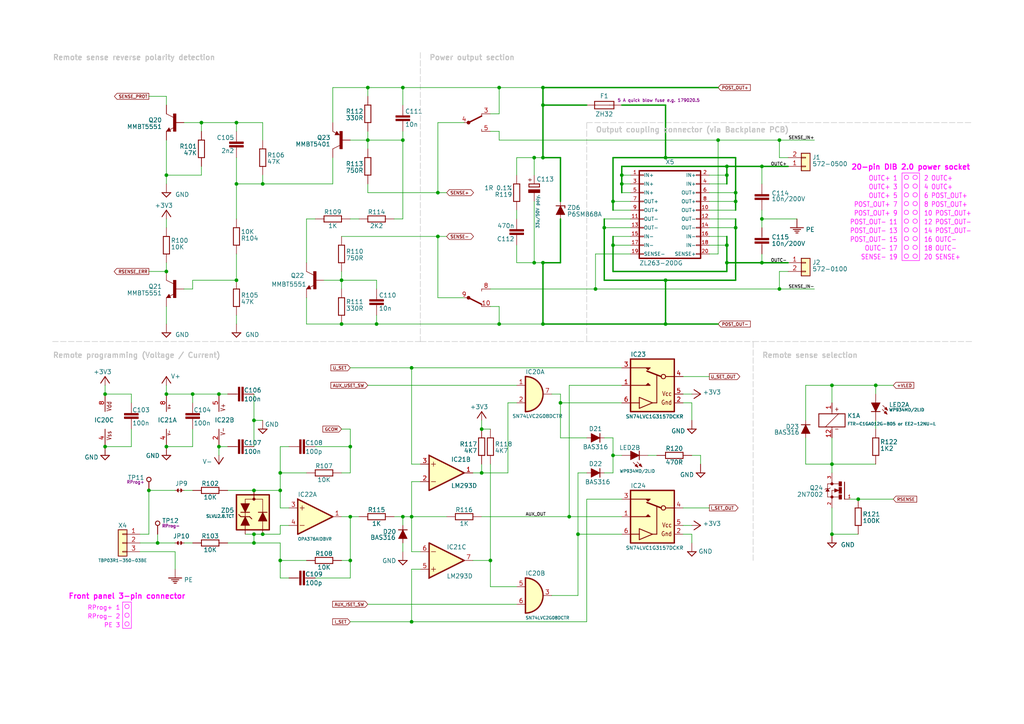
<source format=kicad_sch>
(kicad_sch (version 20250114) (generator "eeschema") (generator_version "9.0")
  (paper "A4")
  (title_block (title "${project_name}") (date "2025-10-23") (rev "${project_version}") (company "${project_creator}") (comment 1 "${project_license}") (comment 2 "${project_info}") (comment 3 "${project_url}"))
  (circle (center 262.89 59.055) (radius 0.635) (stroke (width 0.1524) (color 255 0 255 1)))
  (circle (center 262.89 51.435) (radius 0.635) (stroke (width 0.1524) (color 255 0 255 1)))
  (rectangle (start 35.56 174.625) (end 38.1 182.245) (stroke (width 0) (color 255 0 255 1)))
  (circle (center 36.83 180.975) (radius 0.635) (stroke (width 0.1524) (color 255 0 255 1)))
  (circle (center 265.43 51.435) (radius 0.635) (stroke (width 0.1524) (color 255 0 255 1)))
  (circle (center 262.89 53.975) (radius 0.635) (stroke (width 0.1524) (color 255 0 255 1)))
  (circle (center 262.89 71.755) (radius 0.635) (stroke (width 0.1524) (color 255 0 255 1)))
  (circle (center 262.89 74.295) (radius 0.635) (stroke (width 0.1524) (color 255 0 255 1)))
  (circle (center 265.43 74.295) (radius 0.635) (stroke (width 0.1524) (color 255 0 255 1)))
  (circle (center 265.43 59.055) (radius 0.635) (stroke (width 0.1524) (color 255 0 255 1)))
  (circle (center 262.89 66.675) (radius 0.635) (stroke (width 0.1524) (color 255 0 255 1)))
  (circle (center 265.43 64.135) (radius 0.635) (stroke (width 0.1524) (color 255 0 255 1)))
  (circle (center 265.43 61.595) (radius 0.635) (stroke (width 0.1524) (color 255 0 255 1)))
  (circle (center 265.43 56.515) (radius 0.635) (stroke (width 0.1524) (color 255 0 255 1)))
  (circle (center 262.89 61.595) (radius 0.635) (stroke (width 0.1524) (color 255 0 255 1)))
  (circle (center 265.43 53.975) (radius 0.635) (stroke (width 0.1524) (color 255 0 255 1)))
  (rectangle (start 261.62 50.165) (end 266.7 75.565) (stroke (width 0) (color 255 0 255 1)))
  (circle (center 262.89 56.515) (radius 0.635) (stroke (width 0.1524) (color 255 0 255 1)))
  (circle (center 262.89 64.135) (radius 0.635) (stroke (width 0.1524) (color 255 0 255 1)))
  (circle (center 265.43 66.675) (radius 0.635) (stroke (width 0.1524) (color 255 0 255 1)))
  (circle (center 262.89 69.215) (radius 0.635) (stroke (width 0.1524) (color 255 0 255 1)))
  (circle (center 265.43 69.215) (radius 0.635) (stroke (width 0.1524) (color 255 0 255 1)))
  (circle (center 36.83 178.435) (radius 0.635) (stroke (width 0.1524) (color 255 0 255 1)))
  (circle (center 265.43 71.755) (radius 0.635) (stroke (width 0.1524) (color 255 0 255 1)))
  (circle (center 36.83 175.895) (radius 0.635) (stroke (width 0.1524) (color 255 0 255 1)))
  (text "8 POST_OUT+" (at 267.97 60.325 0) (effects (font (size 1.4224 1.209)) (justify left bottom)))
  (text "PE 3" (at 34.925 182.245 0) (effects (font (size 1.27 1.27)) (justify right bottom)))
  (text "16 OUTC-" (at 267.97 70.485 0) (effects (font (size 1.4224 1.209)) (justify left bottom)))
  (text "POST_OUT- 11" (at 260.35 65.405 0) (effects (font (size 1.4224 1.209)) (justify right bottom)))
  (text "12 POST_OUT-" (at 267.97 65.405 0) (effects (font (size 1.4224 1.209)) (justify left bottom)))
  (text "Remote sense reverse polarity detection" (at 15.24 17.78 0) (effects (font (size 1.524 1.524) (thickness 0.3048) (bold yes)) (justify left bottom)))
  (text "POST_OUT+ 9" (at 260.35 62.865 0) (effects (font (size 1.4224 1.209)) (justify right bottom)))
  (text "OUTC- 17" (at 260.35 73.025 0) (effects (font (size 1.4224 1.209)) (justify right bottom)))
  (text "Output coupling connector (via Backplane PCB)" (at 172.72 38.735 0) (effects (font (size 1.524 1.524) (thickness 0.3048) (bold yes)) (justify left bottom)))
  (text "POST_OUT- 13" (at 260.35 67.945 0) (effects (font (size 1.4224 1.209)) (justify right bottom)))
  (text "Remote programming (Voltage / Current)" (at 15.24 104.14 0) (effects (font (size 1.524 1.524) (thickness 0.3048) (bold yes)) (justify left bottom)))
  (text "10 POST_OUT+" (at 267.97 62.865 0) (effects (font (size 1.4224 1.209)) (justify left bottom)))
  (text "4 OUTC+" (at 267.97 55.245 0) (effects (font (size 1.4224 1.209)) (justify left bottom)))
  (text "6 POST_OUT+" (at 267.97 57.785 0) (effects (font (size 1.4224 1.209)) (justify left bottom)))
  (text "2 OUTC+" (at 267.97 52.705 0) (effects (font (size 1.4224 1.209)) (justify left bottom)))
  (text "OUTC+ 5" (at 260.35 57.785 0) (effects (font (size 1.4224 1.209)) (justify right bottom)))
  (text "14 POST_OUT-" (at 267.97 67.945 0) (effects (font (size 1.4224 1.209)) (justify left bottom)))
  (text "18 OUTC-" (at 267.97 73.025 0) (effects (font (size 1.4224 1.209)) (justify left bottom)))
  (text "POST_OUT+ 7" (at 260.35 60.325 0) (effects (font (size 1.4224 1.209)) (justify right bottom)))
  (text "OUTC+ 1" (at 260.35 52.705 0) (effects (font (size 1.4224 1.209)) (justify right bottom)))
  (text "RProg+ 1" (at 34.925 177.165 0) (effects (font (size 1.27 1.27)) (justify right bottom)))
  (text "20 SENSE+" (at 267.97 75.565 0) (effects (font (size 1.4224 1.209)) (justify left bottom)))
  (text "Front panel 3-pin connector" (at 36.83 173.99 0) (effects (font (size 1.524 1.524) (thickness 0.3048) (bold yes)) (justify bottom)))
  (text "OUTC+ 3" (at 260.35 55.245 0) (effects (font (size 1.4224 1.209)) (justify right bottom)))
  (text "5 A quick blow fuse e.g. 179020.5" (at 179.07 29.845 0) (effects (font (size 0.889 0.889)) (justify left bottom)))
  (text "RProg- 2" (at 34.925 179.705 0) (effects (font (size 1.27 1.27)) (justify right bottom)))
  (text "Power output section" (at 124.46 17.78 0) (effects (font (size 1.524 1.524) (thickness 0.3048) (bold yes)) (justify left bottom)))
  (text "Remote sense selection" (at 220.98 104.14 0) (effects (font (size 1.524 1.524) (thickness 0.3048) (bold yes)) (justify left bottom)))
  (text "SENSE- 19" (at 260.35 75.565 0) (effects (font (size 1.4224 1.209)) (justify right bottom)))
  (text "POST_OUT- 15" (at 260.35 70.485 0) (effects (font (size 1.4224 1.209)) (justify right bottom)))
  (text "20-pin DIB 2.0 power socket" (at 264.16 49.53 0) (effects (font (size 1.524 1.524) (thickness 0.3048) (bold yes)) (justify bottom)))
  (junction (at 167.64 154.94))
  (junction (at 172.72 83.82))
  (junction (at 48.26 78.74))
  (junction (at 63.5 129.54))
  (junction (at 226.06 40.64))
  (junction (at 58.42 35.56))
  (junction (at 213.36 66.04))
  (junction (at 177.8 71.12))
  (junction (at 99.06 81.28))
  (junction (at 193.04 93.98))
  (junction (at 142.24 162.56))
  (junction (at 220.98 63.5))
  (junction (at 76.2 154.94))
  (junction (at 254 111.76))
  (junction (at 99.06 93.98))
  (junction (at 165.1 149.86))
  (junction (at 241.3 154.94))
  (junction (at 139.7 137.16))
  (junction (at 157.48 45.72))
  (junction (at 116.84 25.4))
  (junction (at 139.7 124.46))
  (junction (at 154.94 76.2))
  (junction (at 210.82 50.8))
  (junction (at 213.36 55.88))
  (junction (at 116.84 40.64))
  (junction (at 220.98 76.2))
  (junction (at 208.28 40.64))
  (junction (at 68.58 35.56))
  (junction (at 157.48 30.48))
  (junction (at 106.68 25.4))
  (junction (at 73.66 154.94))
  (junction (at 30.48 114.3))
  (junction (at 193.04 81.28))
  (junction (at 213.36 58.42))
  (junction (at 48.26 50.8))
  (junction (at 45.72 157.48))
  (junction (at 106.68 40.64))
  (junction (at 154.94 45.72))
  (junction (at 30.48 129.54))
  (junction (at 48.26 114.3))
  (junction (at 210.82 48.26))
  (junction (at 73.66 157.48))
  (junction (at 144.78 93.98))
  (junction (at 193.04 45.72))
  (junction (at 81.28 142.24))
  (junction (at 119.38 149.86))
  (junction (at 177.8 58.42))
  (junction (at 241.3 134.62))
  (junction (at 157.48 25.4))
  (junction (at 127 68.58))
  (junction (at 101.6 162.56))
  (junction (at 109.22 93.98))
  (junction (at 157.48 76.2))
  (junction (at 73.66 121.92))
  (junction (at 210.82 76.2))
  (junction (at 180.34 53.34))
  (junction (at 162.56 116.84))
  (junction (at 220.98 48.26))
  (junction (at 180.34 50.8))
  (junction (at 73.66 142.24))
  (junction (at 101.6 129.54))
  (junction (at 68.58 53.34))
  (junction (at 63.5 114.3))
  (junction (at 127 55.88))
  (junction (at 210.82 71.12))
  (junction (at 241.3 111.76))
  (junction (at 119.38 106.68))
  (junction (at 81.28 162.56))
  (junction (at 248.92 144.78))
  (junction (at 101.6 149.86))
  (junction (at 175.26 66.04))
  (junction (at 81.28 137.16))
  (junction (at 43.18 142.24))
  (junction (at 48.26 129.54))
  (junction (at 177.8 132.08))
  (junction (at 76.2 53.34))
  (junction (at 68.58 81.28))
  (junction (at 226.06 83.82))
  (junction (at 144.78 25.4))
  (junction (at 55.88 114.3))
  (junction (at 119.38 180.34))
  (junction (at 116.84 149.86))
  (junction (at 157.48 93.98))
  (wire (pts (xy 177.8 71.12) (xy 177.8 78.74)) (stroke (width 0.4064)))
  (wire (pts (xy 144.78 93.98) (xy 157.48 93.98)) (stroke (width 0.1524)))
  (wire (pts (xy 83.82 129.54) (xy 81.28 129.54)) (stroke (width 0.1524)))
  (wire (pts (xy 76.2 53.34) (xy 76.2 50.8)) (stroke (width 0.1524)))
  (wire (pts (xy 58.42 38.1) (xy 58.42 35.56)) (stroke (width 0.1524)))
  (wire (pts (xy 210.82 68.58) (xy 210.82 71.12)) (stroke (width 0.4064)))
  (wire (pts (xy 55.88 114.3) (xy 63.5 114.3)) (stroke (width 0.1524)))
  (wire (pts (xy 233.68 134.62) (xy 233.68 127)) (stroke (width 0.1524)))
  (wire (pts (xy 114.3 149.86) (xy 116.84 149.86)) (stroke (width 0.1524)))
  (wire (pts (xy 142.24 33.02) (xy 144.78 33.02)) (stroke (width 0.1524)))
  (wire (pts (xy 205.74 58.42) (xy 213.36 58.42)))
  (wire (pts (xy 254 111.76) (xy 254 114.3)) (stroke (width 0.1524)))
  (wire (pts (xy 99.06 93.98) (xy 109.22 93.98)) (stroke (width 0.1524)))
  (wire (pts (xy 177.8 45.72) (xy 193.04 45.72)) (stroke (width 0.4064)))
  (wire (pts (xy 162.56 116.84) (xy 162.56 114.3)) (stroke (width 0.1524)))
  (wire (pts (xy 55.88 114.3) (xy 55.88 116.84)) (stroke (width 0.1524)))
  (wire (pts (xy 220.98 66.04) (xy 220.98 63.5)))
  (wire (pts (xy 127 55.88) (xy 106.68 55.88)) (stroke (width 0.1524)))
  (wire (pts (xy 99.06 149.86) (xy 101.6 149.86)) (stroke (width 0.1524)))
  (wire (pts (xy 88.9 63.5) (xy 88.9 76.2)) (stroke (width 0.1524)))
  (wire (pts (xy 106.68 40.64) (xy 116.84 40.64)) (stroke (width 0.1524)))
  (wire (pts (xy 63.5 114.3) (xy 66.04 114.3)) (stroke (width 0.1524)))
  (wire (pts (xy 93.98 81.28) (xy 99.06 81.28)) (stroke (width 0.1524)))
  (wire (pts (xy 170.18 144.78) (xy 170.18 180.34)) (stroke (width 0.1524)))
  (wire (pts (xy 162.56 45.72) (xy 157.48 45.72)) (stroke (width 0.4064)))
  (wire (pts (xy 121.92 139.7) (xy 119.38 139.7)) (stroke (width 0.1524)))
  (wire (pts (xy 172.72 73.66) (xy 182.88 73.66)))
  (wire (pts (xy 180.34 50.8) (xy 180.34 48.26)) (stroke (width 0.4064)))
  (wire (pts (xy 180.34 111.76) (xy 165.1 111.76)) (stroke (width 0.1524)))
  (wire (pts (xy 48.26 66.04) (xy 48.26 63.5)) (stroke (width 0.1524)))
  (wire (pts (xy 48.26 78.74) (xy 43.18 78.74)) (stroke (width 0.1524)))
  (wire (pts (xy 142.24 83.82) (xy 172.72 83.82)) (stroke (width 0.1524)))
  (wire (pts (xy 106.68 55.88) (xy 106.68 53.34)) (stroke (width 0.1524)))
  (wire (pts (xy 157.48 76.2) (xy 154.94 76.2)) (stroke (width 0.1524)))
  (wire (pts (xy 88.9 162.56) (xy 81.28 162.56)) (stroke (width 0.1524)))
  (polyline (pts (xy 15.24 99.06) (xy 121.92 99.06)) (stroke (width 0.1524) (type dash) (color 194 194 194 1)))
  (wire (pts (xy 81.28 147.32) (xy 83.82 147.32)) (stroke (width 0.1524)))
  (wire (pts (xy 101.6 124.46) (xy 99.06 124.46)) (stroke (width 0.1524)))
  (wire (pts (xy 83.82 167.64) (xy 81.28 167.64)) (stroke (width 0.1524)))
  (wire (pts (xy 68.58 38.1) (xy 68.58 35.56)) (stroke (width 0.1524)))
  (wire (pts (xy 81.28 167.64) (xy 81.28 162.56)) (stroke (width 0.1524)))
  (wire (pts (xy 43.18 142.24) (xy 50.8 142.24)) (stroke (width 0.1524)))
  (wire (pts (xy 177.8 127) (xy 175.26 127)) (stroke (width 0.1524)))
  (wire (pts (xy 162.56 76.2) (xy 162.56 63.5)) (stroke (width 0.4064)))
  (wire (pts (xy 241.3 127) (xy 241.3 134.62)) (stroke (width 0.1524)))
  (wire (pts (xy 116.84 157.48) (xy 116.84 160.02)) (stroke (width 0.1524)))
  (wire (pts (xy 175.26 66.04) (xy 175.26 81.28)) (stroke (width 0.4064)))
  (wire (pts (xy 99.06 81.28) (xy 99.06 83.82)) (stroke (width 0.1524)))
  (wire (pts (xy 30.48 111.76) (xy 30.48 114.3)) (stroke (width 0.1524)))
  (wire (pts (xy 101.6 40.64) (xy 106.68 40.64)) (stroke (width 0.1524)))
  (wire (pts (xy 180.34 154.94) (xy 167.64 154.94)) (stroke (width 0.1524)))
  (wire (pts (xy 142.24 134.62) (xy 142.24 162.56)) (stroke (width 0.1524)))
  (wire (pts (xy 213.36 66.04) (xy 213.36 81.28)) (stroke (width 0.4064)))
  (wire (pts (xy 144.78 88.9) (xy 144.78 93.98)) (stroke (width 0.1524)))
  (wire (pts (xy 73.66 121.92) (xy 73.66 114.3)) (stroke (width 0.1524)))
  (wire (pts (xy 73.66 157.48) (xy 81.28 157.48)) (stroke (width 0.1524)))
  (wire (pts (xy 40.64 160.02) (xy 50.8 160.02)))
  (wire (pts (xy 149.86 71.12) (xy 149.86 76.2)) (stroke (width 0.1524)))
  (wire (pts (xy 81.28 152.4) (xy 83.82 152.4)) (stroke (width 0.1524)))
  (wire (pts (xy 106.68 40.64) (xy 106.68 38.1)) (stroke (width 0.1524)))
  (wire (pts (xy 55.88 83.82) (xy 53.34 83.82)) (stroke (width 0.1524)))
  (wire (pts (xy 142.24 170.18) (xy 149.86 170.18)) (stroke (width 0.1524)))
  (wire (pts (xy 144.78 40.64) (xy 208.28 40.64)) (stroke (width 0.1524)))
  (wire (pts (xy 55.88 81.28) (xy 55.88 83.82)) (stroke (width 0.1524)))
  (wire (pts (xy 200.66 157.48) (xy 200.66 154.94)) (stroke (width 0.1524)))
  (wire (pts (xy 58.42 35.56) (xy 68.58 35.56)) (stroke (width 0.1524)))
  (wire (pts (xy 180.34 106.68) (xy 119.38 106.68)) (stroke (width 0.1524)))
  (wire (pts (xy 127 68.58) (xy 129.54 68.58)) (stroke (width 0.1524)))
  (wire (pts (xy 96.52 53.34) (xy 76.2 53.34)) (stroke (width 0.1524)))
  (wire (pts (xy 88.9 137.16) (xy 81.28 137.16)) (stroke (width 0.1524)))
  (wire (pts (xy 139.7 121.92) (xy 139.7 124.46)) (stroke (width 0.1524)))
  (wire (pts (xy 205.74 60.96) (xy 213.36 60.96)))
  (wire (pts (xy 68.58 93.98) (xy 68.58 91.44)) (stroke (width 0.1524)))
  (wire (pts (xy 68.58 81.28) (xy 55.88 81.28)) (stroke (width 0.1524)))
  (wire (pts (xy 226.06 40.64) (xy 236.22 40.64)) (stroke (width 0.1524)))
  (wire (pts (xy 30.48 114.3) (xy 38.1 114.3)) (stroke (width 0.1524)))
  (wire (pts (xy 30.48 129.54) (xy 38.1 129.54)) (stroke (width 0.1524)))
  (wire (pts (xy 144.78 25.4) (xy 116.84 25.4)) (stroke (width 0.1524)))
  (wire (pts (xy 180.34 116.84) (xy 162.56 116.84)) (stroke (width 0.1524)))
  (wire (pts (xy 175.26 66.04) (xy 182.88 66.04)))
  (wire (pts (xy 137.16 162.56) (xy 142.24 162.56)) (stroke (width 0.1524)))
  (wire (pts (xy 241.3 137.16) (xy 241.3 134.62)) (stroke (width 0.1524)))
  (wire (pts (xy 116.84 40.64) (xy 116.84 63.5)) (stroke (width 0.1524)))
  (wire (pts (xy 119.38 165.1) (xy 119.38 180.34)) (stroke (width 0.1524)))
  (wire (pts (xy 48.26 93.98) (xy 48.26 88.9)) (stroke (width 0.1524)))
  (wire (pts (xy 154.94 45.72) (xy 149.86 45.72)) (stroke (width 0.1524)))
  (wire (pts (xy 40.64 154.94) (xy 43.18 154.94)))
  (wire (pts (xy 149.86 175.26) (xy 106.68 175.26)) (stroke (width 0.1524)))
  (wire (pts (xy 175.26 63.5) (xy 182.88 63.5)))
  (wire (pts (xy 116.84 38.1) (xy 116.84 40.64)) (stroke (width 0.1524)))
  (wire (pts (xy 180.34 55.88) (xy 182.88 55.88)))
  (wire (pts (xy 149.86 111.76) (xy 106.68 111.76)) (stroke (width 0.1524)))
  (wire (pts (xy 210.82 76.2) (xy 210.82 78.74)) (stroke (width 0.4064)))
  (wire (pts (xy 172.72 83.82) (xy 226.06 83.82)) (stroke (width 0.1524)))
  (wire (pts (xy 198.12 147.32) (xy 205.74 147.32)) (stroke (width 0.1524)))
  (wire (pts (xy 228.6 76.2) (xy 223.52 76.2)))
  (wire (pts (xy 205.74 55.88) (xy 213.36 55.88)))
  (wire (pts (xy 177.8 68.58) (xy 182.88 68.58)))
  (wire (pts (xy 104.14 63.5) (xy 101.6 63.5)) (stroke (width 0.1524)))
  (wire (pts (xy 50.8 160.02) (xy 50.8 165.1)))
  (wire (pts (xy 101.6 129.54) (xy 101.6 124.46)) (stroke (width 0.1524)))
  (wire (pts (xy 43.18 142.24) (xy 43.18 154.94)))
  (wire (pts (xy 144.78 38.1) (xy 144.78 40.64)) (stroke (width 0.1524)))
  (wire (pts (xy 200.66 121.92) (xy 200.66 116.84)) (stroke (width 0.1524)))
  (wire (pts (xy 175.26 63.5) (xy 175.26 66.04)) (stroke (width 0.4064)))
  (wire (pts (xy 48.26 114.3) (xy 48.26 111.76)) (stroke (width 0.1524)))
  (wire (pts (xy 220.98 48.26) (xy 228.6 48.26)) (stroke (width 0.4064)))
  (wire (pts (xy 180.34 53.34) (xy 182.88 53.34)))
  (polyline (pts (xy 218.44 99.06) (xy 281.94 99.06)) (stroke (width 0.1524) (type dash) (color 194 194 194 1)))
  (wire (pts (xy 116.84 30.48) (xy 116.84 25.4)) (stroke (width 0.1524)))
  (wire (pts (xy 177.8 58.42) (xy 177.8 60.96)) (stroke (width 0.4064)))
  (wire (pts (xy 68.58 53.34) (xy 76.2 53.34)) (stroke (width 0.1524)))
  (wire (pts (xy 220.98 63.5) (xy 231.14 63.5)) (stroke (width 0.1524)))
  (wire (pts (xy 205.74 63.5) (xy 213.36 63.5)))
  (wire (pts (xy 119.38 106.68) (xy 119.38 134.62)) (stroke (width 0.1524)))
  (wire (pts (xy 210.82 48.26) (xy 220.98 48.26)) (stroke (width 0.4064)))
  (wire (pts (xy 73.66 142.24) (xy 81.28 142.24)) (stroke (width 0.1524)))
  (wire (pts (xy 210.82 48.26) (xy 210.82 50.8)) (stroke (width 0.4064)))
  (wire (pts (xy 101.6 137.16) (xy 101.6 129.54)) (stroke (width 0.1524)))
  (wire (pts (xy 127 68.58) (xy 127 86.36)) (stroke (width 0.1524)))
  (wire (pts (xy 165.1 149.86) (xy 165.1 111.76)) (stroke (width 0.1524)))
  (wire (pts (xy 40.64 157.48) (xy 45.72 157.48)))
  (wire (pts (xy 109.22 81.28) (xy 109.22 83.82)) (stroke (width 0.1524)))
  (wire (pts (xy 154.94 50.8) (xy 154.94 45.72)) (stroke (width 0.1524)))
  (wire (pts (xy 53.34 157.48) (xy 55.88 157.48)) (stroke (width 0.1524)))
  (wire (pts (xy 205.74 50.8) (xy 210.82 50.8)))
  (wire (pts (xy 205.74 66.04) (xy 213.36 66.04)))
  (wire (pts (xy 81.28 137.16) (xy 81.28 142.24)) (stroke (width 0.1524)))
  (wire (pts (xy 48.26 53.34) (xy 48.26 50.8)) (stroke (width 0.1524)))
  (wire (pts (xy 210.82 50.8) (xy 210.82 53.34)) (stroke (width 0.4064)))
  (wire (pts (xy 38.1 114.3) (xy 38.1 116.84)) (stroke (width 0.1524)))
  (wire (pts (xy 177.8 68.58) (xy 177.8 71.12)))
  (wire (pts (xy 210.82 76.2) (xy 220.98 76.2)) (stroke (width 0.4064)))
  (wire (pts (xy 180.34 53.34) (xy 180.34 55.88)) (stroke (width 0.4064)))
  (wire (pts (xy 142.24 162.56) (xy 142.24 170.18)) (stroke (width 0.1524)))
  (wire (pts (xy 170.18 137.16) (xy 167.64 137.16)) (stroke (width 0.1524)))
  (polyline (pts (xy 218.44 162.56) (xy 218.44 99.06)) (stroke (width 0.1524) (type dash) (color 194 194 194 1)))
  (wire (pts (xy 142.24 38.1) (xy 144.78 38.1)) (stroke (width 0.1524)))
  (wire (pts (xy 220.98 73.66) (xy 220.98 76.2)) (stroke (width 0.1524)))
  (wire (pts (xy 226.06 45.72) (xy 228.6 45.72)))
  (wire (pts (xy 73.66 154.94) (xy 76.2 154.94)))
  (wire (pts (xy 226.06 78.74) (xy 226.06 83.82)))
  (wire (pts (xy 101.6 167.64) (xy 101.6 162.56)) (stroke (width 0.1524)))
  (wire (pts (xy 121.92 134.62) (xy 119.38 134.62)) (stroke (width 0.1524)))
  (wire (pts (xy 198.12 154.94) (xy 200.66 154.94)) (stroke (width 0.1524)))
  (wire (pts (xy 170.18 180.34) (xy 119.38 180.34)) (stroke (width 0.1524)))
  (wire (pts (xy 193.04 30.48) (xy 193.04 45.72)) (stroke (width 0.4064)))
  (wire (pts (xy 248.92 154.94) (xy 241.3 154.94)) (stroke (width 0.1524)))
  (wire (pts (xy 193.04 81.28) (xy 193.04 93.98)) (stroke (width 0.4064)))
  (wire (pts (xy 177.8 71.12) (xy 182.88 71.12)))
  (wire (pts (xy 254 111.76) (xy 241.3 111.76)) (stroke (width 0.1524)))
  (wire (pts (xy 68.58 35.56) (xy 76.2 35.56)) (stroke (width 0.1524)))
  (wire (pts (xy 177.8 68.58) (xy 177.8 71.12)) (stroke (width 0.4064)))
  (wire (pts (xy 149.86 45.72) (xy 149.86 50.8)) (stroke (width 0.1524)))
  (wire (pts (xy 246.38 144.78) (xy 248.92 144.78)) (stroke (width 0.1524)))
  (wire (pts (xy 226.06 83.82) (xy 236.22 83.82)) (stroke (width 0.1524)))
  (wire (pts (xy 116.84 152.4) (xy 116.84 149.86)) (stroke (width 0.1524)))
  (wire (pts (xy 175.26 137.16) (xy 177.8 137.16)) (stroke (width 0.1524)))
  (wire (pts (xy 241.3 134.62) (xy 233.68 134.62)) (stroke (width 0.1524)))
  (wire (pts (xy 157.48 93.98) (xy 193.04 93.98)) (stroke (width 0.4064)))
  (wire (pts (xy 180.34 144.78) (xy 170.18 144.78)) (stroke (width 0.1524)))
  (wire (pts (xy 116.84 149.86) (xy 119.38 149.86)) (stroke (width 0.1524)))
  (wire (pts (xy 101.6 106.68) (xy 119.38 106.68)) (stroke (width 0.1524)))
  (wire (pts (xy 177.8 60.96) (xy 182.88 60.96)))
  (wire (pts (xy 45.72 157.48) (xy 50.8 157.48)) (stroke (width 0.1524)))
  (wire (pts (xy 213.36 58.42) (xy 213.36 60.96)) (stroke (width 0.4064)))
  (wire (pts (xy 144.78 93.98) (xy 109.22 93.98)) (stroke (width 0.1524)))
  (polyline (pts (xy 170.18 99.06) (xy 170.18 35.56)) (stroke (width 0.1524) (type dash) (color 194 194 194 1)))
  (wire (pts (xy 48.26 30.48) (xy 48.26 27.94)) (stroke (width 0.1524)))
  (wire (pts (xy 48.26 76.2) (xy 48.26 78.74)) (stroke (width 0.1524)))
  (wire (pts (xy 157.48 76.2) (xy 162.56 76.2)) (stroke (width 0.4064)))
  (wire (pts (xy 157.48 93.98) (xy 157.48 76.2)) (stroke (width 0.4064)))
  (wire (pts (xy 180.34 50.8) (xy 182.88 50.8)))
  (wire (pts (xy 58.42 50.8) (xy 48.26 50.8)) (stroke (width 0.1524)))
  (wire (pts (xy 147.32 116.84) (xy 147.32 137.16)) (stroke (width 0.1524)))
  (wire (pts (xy 101.6 162.56) (xy 99.06 162.56)) (stroke (width 0.1524)))
  (wire (pts (xy 76.2 154.94) (xy 81.28 154.94)))
  (wire (pts (xy 193.04 45.72) (xy 213.36 45.72)) (stroke (width 0.4064)))
  (wire (pts (xy 190.5 132.08) (xy 187.96 132.08)) (stroke (width 0.1524)))
  (wire (pts (xy 200.66 132.08) (xy 203.2 132.08)) (stroke (width 0.1524)))
  (wire (pts (xy 213.36 63.5) (xy 213.36 66.04)) (stroke (width 0.4064)))
  (wire (pts (xy 157.48 25.4) (xy 144.78 25.4)) (stroke (width 0.1524)))
  (wire (pts (xy 48.26 114.3) (xy 55.88 114.3)) (stroke (width 0.1524)))
  (wire (pts (xy 106.68 40.64) (xy 106.68 43.18)) (stroke (width 0.1524)))
  (wire (pts (xy 38.1 129.54) (xy 38.1 124.46)) (stroke (width 0.1524)))
  (wire (pts (xy 180.34 30.48) (xy 193.04 30.48)) (stroke (width 0.4064)))
  (wire (pts (xy 109.22 91.44) (xy 109.22 93.98)) (stroke (width 0.1524)))
  (wire (pts (xy 241.3 111.76) (xy 241.3 116.84)) (stroke (width 0.1524)))
  (wire (pts (xy 81.28 129.54) (xy 81.28 137.16)) (stroke (width 0.1524)))
  (wire (pts (xy 160.02 172.72) (xy 167.64 172.72)) (stroke (width 0.1524)))
  (wire (pts (xy 198.12 116.84) (xy 200.66 116.84)) (stroke (width 0.1524)))
  (wire (pts (xy 45.72 154.94) (xy 45.72 157.48)))
  (wire (pts (xy 119.38 149.86) (xy 119.38 139.7)) (stroke (width 0.1524)))
  (wire (pts (xy 68.58 45.72) (xy 68.58 53.34)) (stroke (width 0.1524)))
  (wire (pts (xy 116.84 63.5) (xy 114.3 63.5)) (stroke (width 0.1524)))
  (wire (pts (xy 162.56 127) (xy 162.56 116.84)) (stroke (width 0.1524)))
  (wire (pts (xy 157.48 45.72) (xy 154.94 45.72)) (stroke (width 0.1524)))
  (wire (pts (xy 101.6 162.56) (xy 101.6 149.86)) (stroke (width 0.1524)))
  (wire (pts (xy 55.88 124.46) (xy 55.88 129.54)) (stroke (width 0.1524)))
  (wire (pts (xy 66.04 129.54) (xy 63.5 129.54)) (stroke (width 0.1524)))
  (wire (pts (xy 99.06 81.28) (xy 99.06 78.74)) (stroke (width 0.1524)))
  (wire (pts (xy 68.58 73.66) (xy 68.58 81.28)) (stroke (width 0.1524)))
  (wire (pts (xy 241.3 154.94) (xy 241.3 147.32)) (stroke (width 0.1524)))
  (wire (pts (xy 241.3 111.76) (xy 233.68 111.76)) (stroke (width 0.1524)))
  (wire (pts (xy 177.8 58.42) (xy 177.8 45.72)) (stroke (width 0.4064)))
  (wire (pts (xy 254 111.76) (xy 259.08 111.76)))
  (wire (pts (xy 226.06 40.64) (xy 226.06 45.72)))
  (wire (pts (xy 149.86 116.84) (xy 147.32 116.84)) (stroke (width 0.1524)))
  (wire (pts (xy 203.2 132.08) (xy 203.2 134.62)) (stroke (width 0.1524)))
  (wire (pts (xy 76.2 121.92) (xy 73.66 121.92)) (stroke (width 0.1524)))
  (wire (pts (xy 127 35.56) (xy 134.62 35.56)) (stroke (width 0.1524)))
  (wire (pts (xy 160.02 114.3) (xy 162.56 114.3)) (stroke (width 0.1524)))
  (wire (pts (xy 200.66 152.4) (xy 198.12 152.4)) (stroke (width 0.1524)))
  (wire (pts (xy 101.6 149.86) (xy 104.14 149.86)) (stroke (width 0.1524)))
  (wire (pts (xy 167.64 154.94) (xy 167.64 172.72)) (stroke (width 0.1524)))
  (wire (pts (xy 73.66 157.48) (xy 73.66 154.94)) (stroke (width 0.1524)))
  (wire (pts (xy 213.36 81.28) (xy 193.04 81.28)) (stroke (width 0.4064)))
  (wire (pts (xy 127 35.56) (xy 127 55.88)) (stroke (width 0.1524)))
  (wire (pts (xy 142.24 88.9) (xy 144.78 88.9)) (stroke (width 0.1524)))
  (wire (pts (xy 213.36 55.88) (xy 213.36 58.42)) (stroke (width 0.4064)))
  (wire (pts (xy 248.92 144.78) (xy 259.08 144.78)) (stroke (width 0.1524)))
  (wire (pts (xy 220.98 60.96) (xy 220.98 63.5)) (stroke (width 0.1524)))
  (wire (pts (xy 66.04 157.48) (xy 73.66 157.48)) (stroke (width 0.1524)))
  (wire (pts (xy 177.8 58.42) (xy 182.88 58.42)))
  (wire (pts (xy 170.18 127) (xy 162.56 127)) (stroke (width 0.1524)))
  (wire (pts (xy 96.52 35.56) (xy 96.52 25.4)) (stroke (width 0.1524)))
  (wire (pts (xy 134.62 86.36) (xy 127 86.36)) (stroke (width 0.1524)))
  (wire (pts (xy 121.92 165.1) (xy 119.38 165.1)) (stroke (width 0.1524)))
  (wire (pts (xy 81.28 142.24) (xy 81.28 147.32)) (stroke (width 0.1524)))
  (wire (pts (xy 91.44 63.5) (xy 88.9 63.5)) (stroke (width 0.1524)))
  (wire (pts (xy 208.28 40.64) (xy 226.06 40.64)) (stroke (width 0.1524)))
  (wire (pts (xy 208.28 40.64) (xy 208.28 73.66)))
  (wire (pts (xy 220.98 53.34) (xy 220.98 48.26)) (stroke (width 0.1524)))
  (wire (pts (xy 101.6 137.16) (xy 99.06 137.16)) (stroke (width 0.1524)))
  (wire (pts (xy 157.48 45.72) (xy 157.48 30.48)) (stroke (width 0.4064)))
  (wire (pts (xy 96.52 45.72) (xy 96.52 53.34)) (stroke (width 0.1524)))
  (wire (pts (xy 119.38 160.02) (xy 119.38 149.86)) (stroke (width 0.1524)))
  (wire (pts (xy 170.18 30.48) (xy 157.48 30.48)) (stroke (width 0.4064)))
  (wire (pts (xy 73.66 121.92) (xy 73.66 129.54)) (stroke (width 0.1524)))
  (wire (pts (xy 81.28 154.94) (xy 81.28 152.4)) (stroke (width 0.1524)))
  (wire (pts (xy 172.72 73.66) (xy 172.72 83.82)))
  (wire (pts (xy 116.84 25.4) (xy 106.68 25.4)) (stroke (width 0.1524)))
  (wire (pts (xy 88.9 93.98) (xy 88.9 86.36)) (stroke (width 0.1524)))
  (wire (pts (xy 220.98 76.2) (xy 228.6 76.2)) (stroke (width 0.4064)))
  (wire (pts (xy 205.74 68.58) (xy 210.82 68.58)))
  (wire (pts (xy 210.82 78.74) (xy 177.8 78.74)) (stroke (width 0.4064)))
  (wire (pts (xy 137.16 137.16) (xy 139.7 137.16)) (stroke (width 0.1524)))
  (wire (pts (xy 208.28 25.4) (xy 157.48 25.4)) (stroke (width 0.4064)))
  (wire (pts (xy 200.66 114.3) (xy 198.12 114.3)) (stroke (width 0.1524)))
  (wire (pts (xy 226.06 78.74) (xy 228.6 78.74)))
  (wire (pts (xy 99.06 81.28) (xy 109.22 81.28)) (stroke (width 0.1524)))
  (wire (pts (xy 162.56 58.42) (xy 162.56 45.72)) (stroke (width 0.4064)))
  (wire (pts (xy 71.12 154.94) (xy 73.66 154.94)))
  (wire (pts (xy 205.74 53.34) (xy 210.82 53.34)))
  (wire (pts (xy 180.34 50.8) (xy 180.34 53.34)) (stroke (width 0.4064)))
  (wire (pts (xy 106.68 25.4) (xy 96.52 25.4)) (stroke (width 0.1524)))
  (wire (pts (xy 139.7 137.16) (xy 147.32 137.16)) (stroke (width 0.1524)))
  (wire (pts (xy 149.86 63.5) (xy 149.86 60.96)) (stroke (width 0.1524)))
  (wire (pts (xy 154.94 76.2) (xy 149.86 76.2)) (stroke (width 0.1524)))
  (polyline (pts (xy 170.18 35.56) (xy 281.94 35.56)) (stroke (width 0.1524) (type dash) (color 194 194 194 1)))
  (polyline (pts (xy 121.92 99.06) (xy 170.18 99.06)) (stroke (width 0.1524) (type dash) (color 194 194 194 1)))
  (polyline (pts (xy 170.18 99.06) (xy 218.44 99.06)) (stroke (width 0.1524) (type dash) (color 194 194 194 1)))
  (wire (pts (xy 81.28 162.56) (xy 81.28 157.48)) (stroke (width 0.1524)))
  (wire (pts (xy 254 134.62) (xy 241.3 134.62)) (stroke (width 0.1524)))
  (wire (pts (xy 99.06 68.58) (xy 127 68.58)) (stroke (width 0.1524)))
  (wire (pts (xy 48.26 40.64) (xy 48.26 50.8)) (stroke (width 0.1524)))
  (wire (pts (xy 76.2 35.56) (xy 76.2 40.64)) (stroke (width 0.1524)))
  (wire (pts (xy 88.9 93.98) (xy 99.06 93.98)) (stroke (width 0.1524)))
  (wire (pts (xy 48.26 27.94) (xy 43.18 27.94)) (stroke (width 0.1524)))
  (wire (pts (xy 254 121.92) (xy 254 124.46)) (stroke (width 0.1524)))
  (wire (pts (xy 205.74 73.66) (xy 208.28 73.66)))
  (wire (pts (xy 66.04 142.24) (xy 73.66 142.24)))
  (wire (pts (xy 68.58 53.34) (xy 68.58 63.5)) (stroke (width 0.1524)))
  (wire (pts (xy 127 55.88) (xy 129.54 55.88)) (stroke (width 0.1524)))
  (wire (pts (xy 193.04 93.98) (xy 208.28 93.98)) (stroke (width 0.4064)))
  (wire (pts (xy 233.68 111.76) (xy 233.68 121.92)) (stroke (width 0.1524)))
  (wire (pts (xy 91.44 167.64) (xy 101.6 167.64)) (stroke (width 0.1524)))
  (wire (pts (xy 53.34 142.24) (xy 55.88 142.24)) (stroke (width 0.1524)))
  (wire (pts (xy 144.78 33.02) (xy 144.78 25.4)) (stroke (width 0.1524)))
  (wire (pts (xy 139.7 137.16) (xy 139.7 134.62)) (stroke (width 0.1524)))
  (wire (pts (xy 180.34 48.26) (xy 210.82 48.26)) (stroke (width 0.4064)))
  (wire (pts (xy 63.5 129.54) (xy 63.5 132.08)) (stroke (width 0.1524)))
  (wire (pts (xy 53.34 35.56) (xy 58.42 35.56)) (stroke (width 0.1524)))
  (wire (pts (xy 58.42 48.26) (xy 58.42 50.8)) (stroke (width 0.1524)))
  (wire (pts (xy 180.34 132.08) (xy 177.8 132.08)) (stroke (width 0.1524)))
  (wire (pts (xy 129.54 149.86) (xy 119.38 149.86)) (stroke (width 0.1524)))
  (wire (pts (xy 101.6 180.34) (xy 119.38 180.34)) (stroke (width 0.1524)))
  (wire (pts (xy 210.82 71.12) (xy 210.82 76.2)) (stroke (width 0.4064)))
  (wire (pts (xy 177.8 132.08) (xy 177.8 127)) (stroke (width 0.1524)))
  (wire (pts (xy 139.7 124.46) (xy 142.24 124.46)) (stroke (width 0.1524)))
  (wire (pts (xy 177.8 137.16) (xy 177.8 132.08)) (stroke (width 0.1524)))
  (wire (pts (xy 106.68 27.94) (xy 106.68 25.4)) (stroke (width 0.1524)))
  (wire (pts (xy 139.7 149.86) (xy 165.1 149.86)) (stroke (width 0.1524)))
  (wire (pts (xy 121.92 160.02) (xy 119.38 160.02)) (stroke (width 0.1524)))
  (wire (pts (xy 167.64 137.16) (xy 167.64 154.94)) (stroke (width 0.1524)))
  (wire (pts (xy 91.44 129.54) (xy 101.6 129.54)) (stroke (width 0.1524)))
  (wire (pts (xy 198.12 109.22) (xy 205.74 109.22)) (stroke (width 0.1524)))
  (wire (pts (xy 55.88 129.54) (xy 48.26 129.54)) (stroke (width 0.1524)))
  (wire (pts (xy 213.36 45.72) (xy 213.36 55.88)) (stroke (width 0.4064)))
  (wire (pts (xy 157.48 30.48) (xy 157.48 25.4)) (stroke (width 0.4064)))
  (wire (pts (xy 180.34 149.86) (xy 165.1 149.86)) (stroke (width 0.1524)))
  (wire (pts (xy 205.74 71.12) (xy 210.82 71.12)))
  (wire (pts (xy 154.94 58.42) (xy 154.94 76.2)) (stroke (width 0.1524)))
  (polyline (pts (xy 121.92 15.24) (xy 121.92 99.06)) (stroke (width 0.1524) (type dash) (color 194 194 194 1)))
  (wire (pts (xy 193.04 81.28) (xy 175.26 81.28)) (stroke (width 0.4064)))
  (label "OUTC+" (at 223.52 48.26 0) (effects (font (size 0.889 0.889))))
  (label "SENSE_IN+" (at 236.22 40.64 180) (effects (font (size 0.889 0.889))))
  (label "SENSE_IN-" (at 236.22 83.82 180) (effects (font (size 0.889 0.889))))
  (label "AUX_OUT" (at 152.4 149.86 0) (effects (font (size 0.889 0.889))))
  (label "OUTC-" (at 223.52 76.2 0) (effects (font (size 0.889 0.889))))
  (global_label "I_SET_OUT" (shape output) (at 205.74 147.32 0) (effects (font (size 0.889 0.889))) (property "Intersheetrefs" "${INTERSHEET_REFS}" (effects (hide yes))))
  (global_label "AUX_ISET_SW" (shape input) (at 106.68 175.26 180) (effects (font (size 0.889 0.889))) (property "Intersheetrefs" "${INTERSHEET_REFS}" (effects (hide yes))))
  (global_label "POST_OUT-" (shape input) (at 208.28 93.98 0) (effects (font (size 0.889 0.889))) (property "Intersheetrefs" "${INTERSHEET_REFS}" (effects (hide yes))))
  (global_label "U_SET" (shape input) (at 101.6 106.68 180) (effects (font (size 0.889 0.889))) (property "Intersheetrefs" "${INTERSHEET_REFS}" (effects (hide yes))))
  (global_label "AUX_USET_SW" (shape input) (at 106.68 111.76 180) (effects (font (size 0.889 0.889))) (property "Intersheetrefs" "${INTERSHEET_REFS}" (effects (hide yes))))
  (global_label "+VLED" (shape input) (at 259.08 111.76 0) (effects (font (size 0.889 0.889))) (property "Intersheetrefs" "${INTERSHEET_REFS}" (effects (hide yes))))
  (global_label "I_SET" (shape input) (at 101.6 180.34 180) (effects (font (size 0.889 0.889))) (property "Intersheetrefs" "${INTERSHEET_REFS}" (effects (hide yes))))
  (global_label "RSENSE_ERR" (shape output) (at 43.18 78.74 180) (effects (font (size 0.889 0.889))) (property "Intersheetrefs" "${INTERSHEET_REFS}" (effects (hide yes))))
  (global_label "GCOM" (shape input) (at 99.06 124.46 180) (effects (font (size 0.889 0.889))) (property "Intersheetrefs" "${INTERSHEET_REFS}" (effects (hide yes))))
  (global_label "SENSE+" (shape bidirectional) (at 129.54 55.88 0) (effects (font (size 0.889 0.889))) (property "Intersheetrefs" "${INTERSHEET_REFS}" (effects (hide yes))))
  (global_label "RSENSE" (shape input) (at 259.08 144.78 0) (effects (font (size 0.889 0.889))) (property "Intersheetrefs" "${INTERSHEET_REFS}" (effects (hide yes))))
  (global_label "POST_OUT+" (shape input) (at 208.28 25.4 0) (effects (font (size 0.889 0.889))) (property "Intersheetrefs" "${INTERSHEET_REFS}" (effects (hide yes))))
  (global_label "U_SET_OUT" (shape output) (at 205.74 109.22 0) (effects (font (size 0.889 0.889))) (property "Intersheetrefs" "${INTERSHEET_REFS}" (effects (hide yes))))
  (global_label "SENSE_PROT" (shape output) (at 43.18 27.94 180) (effects (font (size 0.889 0.889))) (property "Intersheetrefs" "${INTERSHEET_REFS}" (effects (hide yes))))
  (global_label "SENSE-" (shape bidirectional) (at 129.54 68.58 0) (effects (font (size 0.889 0.889))) (property "Intersheetrefs" "${INTERSHEET_REFS}" (effects (hide yes))))
  (symbol (lib_id "PCM_EEZ_passives:R-EU") (at 134.62 149.86 90) (unit 1)
    (property "Reference" "R116" (at 134.62 148.59 90) (effects (justify top)))
    (property "Value" "1K" (at 134.62 151.13 90) (effects (justify bottom)))
    (property "Footprint" "PCM_EEZ_passives:R_0805_2012Metric" (effects (hide yes)))
    (property "DigiKey" "RC0805FR-071KL" (effects (hide yes)))
    (property "Mouser" "603-RC0805FR-071KL" (effects (hide yes)))
    (property "TME" "RC0805FR-071K" (effects (hide yes)))
  )
  (symbol (lib_id "PCM_EEZ_passives:C-EU") (at 68.58 114.3 90) (unit 1)
    (property "Reference" "C106" (at 70.739 113.919 90) (effects (justify right top)))
    (property "Value" "100n" (at 70.739 116.459 90) (effects (justify right top)))
    (property "Footprint" "PCM_EEZ_passives:C_0603_1608Metric" (effects (hide yes)))
    (property "DigiKey" "490-4774-1-ND" (effects (hide yes)))
    (property "Mouser" "80-C0603C104M4R" (effects (hide yes)))
    (property "TME" "CL10B104KA8NNNC" (effects (hide yes)))
  )
  (symbol (lib_id "PCM_EEZ_passives:C-EU") (at 88.9 167.64 270) (unit 1)
    (property "Reference" "C109" (at 88.519 167.259 90) (effects (justify left bottom)))
    (property "Value" "100p" (at 88.519 169.799 90) (effects (justify left bottom)))
    (property "Footprint" "PCM_EEZ_passives:C_0805_2012Metric" (effects (hide yes)))
    (property "DigiKey" "399-15000-1-ND" (effects (hide yes)))
    (property "Mouser" "80-C0805C101K5G" (effects (hide yes)))
    (property "TME" "CL21C101JBANNNC" (effects (hide yes)))
  )
  (symbol (lib_id "PCM_EEZ_discretes:DIODE_ZENER") (at 162.56 60.96 90) (unit 1)
    (property "Reference" "ZD6" (at 164.465 60.96 90) (effects (justify right top)))
    (property "Value" "P6SMB68A" (at 164.465 62.865 90) (effects (justify right top)))
    (property "Footprint" "PCM_EEZ_SMD:DO214AA" (effects (hide yes)))
    (property "DigiKey" "P6SMB68ABBCT-ND" (effects (hide yes)))
    (property "LCSC" "C126829" (effects (hide yes)))
    (property "Mouser" "652-P6SMB68A" (effects (hide yes)))
    (property "TME" "P6SMB68A-LF" (effects (hide yes)))
  )
  (symbol (lib_id "PCM_EEZ_discretes:DIODE_SLVU") (at 71.12 152.4 90) (unit 1)
    (property "Reference" "ZD5" (at 67.945 147.32 90) (effects (justify left bottom)))
    (property "Value" "SLVU2.8.TCT" (at 67.945 149.225 90) (effects (font (size 0.889 0.889)) (justify left bottom)))
    (property "Footprint" "PCM_EEZ_SMD:SOT23-3" (effects (hide yes)))
    (property "DigiKey" "CDSOT23-SLVU2.8TR-ND" (effects (hide yes)))
    (property "Mouser" "652-CDSOT23-SLVU2.8 " (effects (hide yes)))
    (property "TME" "SLVU2.8.TCT" (effects (hide yes)))
  )
  (symbol (lib_id "PCM_EEZ_passives:C-EU") (at 55.88 119.38 0) (unit 1)
    (property "Reference" "C104" (at 56.134 119.634 0) (effects (justify left bottom)))
    (property "Value" "100n" (at 56.134 123.444 0) (effects (justify left bottom)))
    (property "Footprint" "PCM_EEZ_passives:C_0603_1608Metric" (effects (hide yes)))
    (property "DigiKey" "490-4774-1-ND" (effects (hide yes)))
    (property "Mouser" "80-C0603C104M4R" (effects (hide yes)))
    (property "TME" "CL10B104KA8NNNC" (effects (hide yes)))
  )
  (symbol (lib_id "PCM_EEZ_discretes:WP934MD") (at 254 119.38 0) (mirror y) (unit 1)
    (property "Reference" "LED2" (at 257.81 118.11 0) (effects (justify right bottom)))
    (property "Value" "WP934MD/2LID" (at 257.81 119.38 0) (effects (font (size 0.889 0.889)) (justify right bottom)))
    (property "Footprint" "PCM_EEZ_THT:WP934MD_2LID" (effects (hide yes)))
    (property "Description" "T-1 (3mm) Bi-level LED Indicator" (effects (hide yes)))
    (property "DigiKey" "754-2000-ND " (effects (hide yes)))
    (property "Mouser" "604-WP934MD2LID" (effects (hide yes)))
    (property "TME" "-" (effects (hide yes)))
  )
  (symbol (lib_id "PCM_EEZ_passives:R-EU") (at 139.7 129.54 0) (mirror x) (unit 1)
    (property "Reference" "R117" (at 138.43 129.54 0) (effects (justify right top)))
    (property "Value" "4K7" (at 138.43 131.445 0) (effects (justify right top)))
    (property "Footprint" "PCM_EEZ_passives:R_0805_2012Metric" (effects (hide yes)))
    (property "DigiKey" "311-4.70KCRCT-ND" (effects (hide yes)))
    (property "Mouser" "603-RC0805FR-074K7L" (effects (hide yes)))
    (property "TME" "0805S8F4701T5E" (effects (hide yes)))
  )
  (symbol (lib_id "PCM_EEZ_discretes:DIODE") (at 116.84 154.94 90) (unit 1)
    (property "Reference" "D20" (at 114.935 154.94 90) (effects (justify left top)))
    (property "Value" "BAS316" (at 114.808 156.6164 90) (effects (justify left top)))
    (property "Footprint" "PCM_EEZ_SMD:SOD-323_1P8X1P35_ONS-M" (effects (hide yes)))
    (property "DigiKey" "1727-7370-1-ND" (effects (hide yes)))
    (property "Mouser" "771-BAS316-T/R" (effects (hide yes)))
    (property "TME" "BAS316,115" (effects (hide yes)))
  )
  (symbol (lib_id "PCM_EEZ_passives:R-EU") (at 254 129.54 0) (mirror y) (unit 1)
    (property "Reference" "R122" (at 255.27 128.905 0) (effects (justify right bottom)))
    (property "Value" "1K2" (at 255.27 130.81 0) (effects (justify right bottom)))
    (property "Footprint" "PCM_EEZ_passives:R_0805_2012Metric" (effects (hide yes)))
  )
  (symbol (lib_id "PCM_EEZ_discretes:NPN-SOT23-BEC") (at 50.8 35.56 0) (mirror y) (unit 1)
    (property "Reference" "Q20" (at 46.99 35.56 0) (effects (justify left bottom)))
    (property "Value" "MMBT5551" (at 46.99 37.465 0) (effects (justify left bottom)))
    (property "Footprint" "PCM_EEZ_SMD:SOT23-BEC" (effects (hide yes)))
    (property "DigiKey" "MMBT5551LT1GOSCT-ND " (effects (hide yes)))
    (property "Mouser" "637-MMBT5551" (effects (hide yes)))
    (property "TME" "MMBT5551-DIO" (effects (hide yes)))
    (property "LCSC" "C41095" (effects (hide yes)))
  )
  (symbol (lib_id "PCM_EEZ_unsorted:JP2 shorted") (at 50.8 157.48 0) (unit 1) (in_bom no)
    (property "Reference" "JP10" (at 50.165 156.21 0) (effects (justify left bottom)))
    (property "Value" "JP2-NOCUT-0805" (effects (hide yes)))
    (property "Footprint" "PCM_EEZ_SMD:JP2 shorted (0603)" (effects (hide yes)))
  )
  (symbol (lib_name "R-EU_19") (lib_id "PCM_EEZ_passives:R-EU") (at 106.68 48.26 0) (mirror y) (unit 1)
    (property "Reference" "R113" (at 105.41 48.26 0) (effects (justify left bottom)))
    (property "Value" "750R" (at 105.41 50.165 0) (effects (justify left bottom)))
    (property "Footprint" "PCM_EEZ_passives:R_0805_2012Metric" (effects (hide yes)))
    (property "DigiKey" "A126385CT-ND" (effects (hide yes)))
    (property "Mouser" "71-CRCW0805750RFKEB" (effects (hide yes)))
    (property "TME" "0805S8F7500T5E" (effects (hide yes)))
    (property "LCSC" "C17818" (effects (hide yes)))
  )
  (symbol (lib_id "PCM_EEZ_TI:OPA376AIDBVR") (at 91.44 149.86 0) (unit 1)
    (property "Reference" "IC22" (at 86.36 144.145 0) (effects (justify left bottom)))
    (property "Value" "OPA376AIDBVR" (at 86.36 156.845 0) (effects (font (size 0.889 0.889)) (justify left bottom)))
    (property "Footprint" "PCM_EEZ_SMD:SOT23-5L_STM" (effects (hide yes)))
    (property "Description" "Low-Noise, Low Quiescent Current, Precision Operational Amplifier" (effects (hide yes)))
    (property "DigiKey" "296-39130-2-ND" (effects (hide yes)))
    (property "Mouser" "595-OPA376AIDBVR" (effects (hide yes)))
    (property "TME" "OPA376AIDBVR" (effects (hide yes)))
    (property "LCSC" "C42134" (effects (hide yes)))
  )
  (symbol (lib_name "R-EU_22") (lib_id "PCM_EEZ_passives:R-EU") (at 60.96 142.24 90) (unit 1)
    (property "Reference" "R102" (at 60.96 140.97 90) (effects (justify top)))
    (property "Value" "10K" (at 60.96 143.51 90) (effects (justify bottom)))
    (property "Footprint" "PCM_EEZ_passives:R_0805_2012Metric" (effects (hide yes)))
    (property "DigiKey" "311-10.0KCRCT-ND" (effects (hide yes)))
    (property "Mouser" "603-RC0805FR-0710KL" (effects (hide yes)))
    (property "TME" "RC0805FR-1310KL" (effects (hide yes)))
  )
  (symbol (lib_id "PCM_EEZ_symbols:GND") (at 76.2 124.46 0) (mirror y) (unit 1)
    (property "Reference" "#SUPPLY056" (effects (hide yes)))
    (property "Value" "GND" (at 76.835 123.825 0) (effects (justify right bottom)))
  )
  (symbol (lib_id "PCM_EEZ_symbols:V+") (at 48.26 109.22 0) (unit 1)
    (property "Reference" "#P+06" (effects (hide yes)))
    (property "Value" "V+" (at 49.53 109.855 0) (effects (justify left bottom)))
  )
  (symbol (lib_id "PCM_EEZ_symbols:GND") (at 203.2 137.16 0) (mirror y) (unit 1)
    (property "Reference" "#SUPPLY060" (effects (hide yes)))
    (property "Value" "GND" (at 201.295 138.43 0) (effects (justify left bottom)))
  )
  (symbol (lib_id "PCM_EEZ_unsorted:Relay DPDT") (at 241.3 121.92 0) (unit 1)
    (property "Reference" "K1" (at 245.745 121.285 0) (effects (justify left bottom)))
    (property "Value" "FTR-C1GA012G-B05 or EE2-12NU-L" (at 245.745 123.444 0) (effects (font (size 0.889 0.889)) (justify left bottom)))
    (property "Footprint" "PCM_EEZ_SMD:FTR-C1" (effects (hide yes)))
    (property "DigiKey" "399-10997-1-ND" (effects (hide yes)))
    (property "Mouser" "80-EE2-12NU-L" (effects (hide yes)))
    (property "TME" "FTR-C1GA012G-B05" (effects (hide yes)))
    (property "LCSC" "C147864" (effects (hide yes)))
  )
  (symbol (lib_id "PCM_EEZ_passives:C-EU") (at 220.98 68.58 0) (unit 1)
    (property "Reference" "C115" (at 223.774 69.469 0) (effects (justify left bottom)))
    (property "Value" "10n/200V" (at 223.774 71.374 0) (effects (justify left bottom)))
    (property "Footprint" "PCM_EEZ_passives:C_1206_3216Metric" (effects (hide yes)))
    (property "DigiKey" "311-4491-1-ND" (effects (hide yes)))
    (property "Mouser" "603-C1206KRX7RABB103" (effects (hide yes)))
    (property "TME" "VJ1206Y103KXCTW1BC" (effects (hide yes)))
  )
  (symbol (lib_id "PCM_EEZ_symbols:GND") (at 48.26 96.52 0) (unit 1)
    (property "Reference" "#SUPPLY053" (effects (hide yes)))
    (property "Value" "GND" (at 50.8 97.79 0) (effects (justify left bottom)))
  )
  (symbol (lib_id "PCM_EEZ_passives:C-EU") (at 220.98 55.88 0) (unit 1)
    (property "Reference" "C114" (at 223.774 56.769 0) (effects (justify left bottom)))
    (property "Value" "10n/200V" (at 223.774 58.42 0) (effects (justify left bottom)))
    (property "Footprint" "PCM_EEZ_passives:C_1206_3216Metric" (effects (hide yes)))
    (property "DigiKey" "311-4491-1-ND" (effects (hide yes)))
    (property "Mouser" "603-C1206KRX7RABB103" (effects (hide yes)))
    (property "TME" "VJ1206Y103KXCTW1BC" (effects (hide yes)))
  )
  (symbol (lib_name "R-EU_18") (lib_id "PCM_EEZ_passives:R-EU") (at 149.86 55.88 180) (unit 1)
    (property "Reference" "R119" (at 148.59 57.15 0) (effects (justify left top)))
    (property "Value" "1R 0.1%" (at 148.59 55.245 0) (effects (justify left top)))
    (property "Footprint" "PCM_EEZ_passives:R_1206_3216Metric" (effects (hide yes)))
    (property "DigiKey" "1712-CPF1206B1R0E1CT-ND" (effects (hide yes)))
    (property "LCSC" "C4106088" (effects (hide yes)))
    (property "Mouser" "279-CPF1206B1R0E1" (effects (hide yes)))
    (property "TME" "-" (effects (hide yes)))
  )
  (symbol (lib_name "R-EU_17") (lib_id "PCM_EEZ_passives:R-EU") (at 48.26 71.12 0) (unit 1)
    (property "Reference" "R100" (at 49.53 70.485 0) (effects (justify left bottom)))
    (property "Value" "10K" (at 49.53 72.39 0) (effects (justify left bottom)))
    (property "Footprint" "PCM_EEZ_passives:R_0805_2012Metric" (effects (hide yes)))
    (property "DigiKey" "311-10.0KCRCT-ND" (effects (hide yes)))
    (property "Mouser" "603-RC0805FR-0710KL" (effects (hide yes)))
    (property "TME" "RC0805FR-1310KL" (effects (hide yes)))
  )
  (symbol (lib_name "R-EU_16") (lib_id "PCM_EEZ_passives:R-EU") (at 99.06 88.9 0) (mirror y) (unit 1)
    (property "Reference" "R111" (at 100.33 88.265 0) (effects (justify right bottom)))
    (property "Value" "330R" (at 100.33 90.17 0) (effects (justify right bottom)))
    (property "Footprint" "PCM_EEZ_passives:R_0805_2012Metric" (effects (hide yes)))
    (property "DigiKey" "A129743CT-ND" (effects (hide yes)))
    (property "Mouser" "652-CR0805FX-3300ELF" (effects (hide yes)))
    (property "TME" "0805S8F3300T5E" (effects (hide yes)))
  )
  (symbol (lib_id "PCM_EEZ_discretes:PNP-SOT23-BEC") (at 99.06 40.64 0) (mirror y) (unit 1)
    (property "Reference" "Q23" (at 95.885 40.64 0) (effects (justify left bottom)))
    (property "Value" "MMBT5401" (at 95.885 42.545 0) (effects (justify left bottom)))
    (property "Footprint" "PCM_EEZ_SMD:SOT23-BEC" (effects (hide yes)))
    (property "DigiKey" "MMBT5401-FDICT-ND" (effects (hide yes)))
    (property "Mouser" "621-MMBT5401-F" (effects (hide yes)))
    (property "TME" "MMBT5401-DIO" (effects (hide yes)))
    (property "LCSC" "C21488" (effects (hide yes)))
  )
  (symbol (lib_name "R-EU_15") (lib_id "PCM_EEZ_passives:R-EU") (at 99.06 73.66 0) (mirror y) (unit 1)
    (property "Reference" "R110" (at 100.33 73.66 0) (effects (justify right bottom)))
    (property "Value" "750R" (at 100.33 75.565 0) (effects (justify right bottom)))
    (property "Footprint" "PCM_EEZ_passives:R_0805_2012Metric" (effects (hide yes)))
    (property "DigiKey" "A126385CT-ND" (effects (hide yes)))
    (property "Mouser" "71-CRCW0805750RFKEB" (effects (hide yes)))
    (property "TME" "0805S8F7500T5E" (effects (hide yes)))
    (property "LCSC" "C17818" (effects (hide yes)))
  )
  (symbol (lib_id "PCM_EEZ_TI:SN74LVC2G08DCTR") (at 154.94 114.3 0) (unit 1)
    (property "Reference" "IC20" (at 152.4 108.585 0) (effects (justify left bottom)))
    (property "Value" "SN74LVC2G08DCTR" (at 148.59 121.285 0) (effects (font (size 1.016 1.016)) (justify left bottom)))
    (property "Footprint" "PCM_EEZ_SMD:DCT8" (effects (hide yes)))
    (property "Description" "Dual 2-Input Positive AND Gate" (effects (hide yes)))
    (property "DigiKey" "296-13263-2-ND" (effects (hide yes)))
    (property "Mouser" "595-SN74LVC2G08DCTR" (effects (hide yes)))
    (property "TME" "SN74LVC2G08DCTR" (effects (hide yes)))
    (property "LCSC" "C352973" (effects (hide yes)))
  )
  (symbol (lib_id "PCM_EEZ_TI:SN74LVC1G3157DCK") (at 190.5 152.4 0) (unit 1)
    (property "Reference" "IC24" (at 182.88 141.605 0) (effects (justify left bottom)))
    (property "Value" "SN74LVC1G3157DCKR" (at 198.247 158.3436 0) (effects (font (size 1.016 1.016)) (justify right top)))
    (property "Footprint" "PCM_EEZ_SMD:SOT65P210X110-6N" (effects (hide yes)))
    (property "Description" "Single-Pole Double-Throw Analog Switch" (effects (hide yes)))
    (property "DigiKey" "296-14909-1-ND" (effects (hide yes)))
    (property "Mouser" "595-SN74LVC1G3157DCK" (effects (hide yes)))
    (property "TME" "SN74LVC1G3157DCKR" (effects (hide yes)))
    (property "LCSC" "C38663" (effects (hide yes)))
  )
  (symbol (lib_id "PCM_EEZ_discretes:DIODE") (at 233.68 124.46 90) (unit 1)
    (property "Reference" "D23" (at 231.775 124.46 90) (effects (justify left top)))
    (property "Value" "BAS316" (at 231.902 126.111 90) (effects (justify left top)))
    (property "Footprint" "PCM_EEZ_SMD:SOD-323_1P8X1P35_ONS-M" (effects (hide yes)))
    (property "DigiKey" "1727-7370-1-ND" (effects (hide yes)))
    (property "Mouser" "771-BAS316-T/R" (effects (hide yes)))
    (property "TME" "BAS316,115" (effects (hide yes)))
  )
  (symbol (lib_id "PCM_EEZ_discretes:NPN-SOT23-BEC") (at 50.8 83.82 0) (mirror y) (unit 1)
    (property "Reference" "Q21" (at 46.99 83.82 0) (effects (justify left bottom)))
    (property "Value" "MMBT5551" (at 46.99 85.725 0) (effects (justify left bottom)))
    (property "Footprint" "PCM_EEZ_SMD:SOT23-BEC" (effects (hide yes)))
    (property "DigiKey" "MMBT5551LT1GOSCT-ND " (effects (hide yes)))
    (property "Mouser" "637-MMBT5551" (effects (hide yes)))
    (property "TME" "MMBT5551-DIO" (effects (hide yes)))
    (property "LCSC" "C41095" (effects (hide yes)))
  )
  (symbol (lib_id "PCM_EEZ_discretes:DIODE") (at 172.72 127 0) (mirror x) (unit 1)
    (property "Reference" "D21" (at 172.72 125.095 0) (effects (justify top)))
    (property "Value" "BAS316" (at 172.72 128.905 0) (effects (justify bottom)))
    (property "Footprint" "PCM_EEZ_SMD:SOD-323_1P8X1P35_ONS-M" (effects (hide yes)))
    (property "DigiKey" "1727-7370-1-ND" (effects (hide yes)))
    (property "Mouser" "771-BAS316-T/R" (effects (hide yes)))
    (property "TME" "BAS316,115" (effects (hide yes)))
  )
  (symbol (lib_id "PCM_EEZ_unsorted:PCB test point") (at 43.18 139.7 90) (unit 1) (in_bom no)
    (property "Reference" "TP11" (at 41.91 137.795 90) (effects (justify left bottom)))
    (property "Value" "PCB_TEST_TABSHIELD" (effects (hide yes)))
    (property "Footprint" "PCM_EEZ_THT:Testhole 24_50mils" (effects (hide yes)))
    (property "Label" "RProg+" (at 41.91 140.335 90) (effects (font (size 0.889 0.889)) (justify left top)))
  )
  (symbol (lib_id "PCM_EEZ_symbols:+3V3") (at 139.7 119.38 0) (mirror y) (unit 1)
    (property "Reference" "#+3V019" (effects (hide yes)))
    (property "Value" "+3V3" (at 141.605 118.745 0) (effects (justify left bottom)))
  )
  (symbol (lib_id "PCM_EEZ_unsorted:PCB test point") (at 45.72 152.4 90) (unit 1) (in_bom no)
    (property "Reference" "TP12" (at 46.99 151.765 90) (effects (justify right top)))
    (property "Value" "PCB_TEST_TABSHIELD" (effects (hide yes)))
    (property "Footprint" "PCM_EEZ_THT:Testhole 24_50mils" (effects (hide yes)))
    (property "Label" "RProg-" (at 46.99 153.035 90) (effects (font (size 0.889 0.889)) (justify right top)))
  )
  (symbol (lib_name "R-EU_14") (lib_id "PCM_EEZ_passives:R-EU") (at 60.96 157.48 90) (unit 1)
    (property "Reference" "R103" (at 60.96 156.21 90) (effects (justify top)))
    (property "Value" "10K" (at 60.96 158.75 90) (effects (justify bottom)))
    (property "Footprint" "PCM_EEZ_passives:R_0805_2012Metric" (effects (hide yes)))
    (property "DigiKey" "311-10.0KCRCT-ND" (effects (hide yes)))
    (property "Mouser" "603-RC0805FR-0710KL" (effects (hide yes)))
    (property "TME" "RC0805FR-1310KL" (effects (hide yes)))
  )
  (symbol (lib_name "R-EU_13") (lib_id "PCM_EEZ_passives:R-EU") (at 109.22 149.86 90) (unit 1)
    (property "Reference" "R115" (at 109.22 148.59 90) (effects (justify top)))
    (property "Value" "1K" (at 109.22 151.13 90) (effects (justify bottom)))
    (property "Footprint" "PCM_EEZ_passives:R_0805_2012Metric" (effects (hide yes)))
    (property "DigiKey" "RC0805FR-071KL" (effects (hide yes)))
    (property "Mouser" "603-RC0805FR-071KL" (effects (hide yes)))
    (property "TME" "RC0805FR-071K" (effects (hide yes)))
  )
  (symbol (lib_name "R-EU_12") (lib_id "PCM_EEZ_passives:R-EU") (at 109.22 63.5 270) (unit 1)
    (property "Reference" "R114" (at 109.22 62.23 90) (effects (justify bottom)))
    (property "Value" "2K2" (at 109.22 64.77 90) (effects (justify top)))
    (property "Footprint" "PCM_EEZ_passives:R_0805_2012Metric" (effects (hide yes)))
    (property "DigiKey" "311-2.20KCRCT-ND" (effects (hide yes)))
    (property "Mouser" "603-RC0805FR-072K2L" (effects (hide yes)))
    (property "TME" "0805S8F2201T5E" (effects (hide yes)))
  )
  (symbol (lib_id "PCM_EEZ_passives:ECAP") (at 154.94 53.34 0) (unit 1)
    (property "Reference" "C113" (at 155.575 52.705 0) (effects (justify left bottom)))
    (property "Value" "33u/50V poly." (at 155.4226 56.388 90) (effects (font (size 0.889 0.889)) (justify right top)))
    (property "Footprint" "PCM_EEZ_passives:CAPAE830X1050N" (effects (hide yes)))
    (property "DigiKey" "565-HHXD630ARA330MHA0GCT-ND" (effects (hide yes)))
    (property "Mouser" "661-XD630ARA330MHA0G" (effects (hide yes)))
    (property "TME" "-" (effects (hide yes)))
    (property "LCSC" "C2157841" (effects (hide yes)))
  )
  (symbol (lib_id "PCM_EEZ_unsorted:Fuse") (at 175.26 30.48 0) (mirror x) (unit 1)
    (property "Reference" "F1" (at 175.26 28.575 0) (effects (justify top)))
    (property "Value" "ZH32" (at 175.26 32.385 0) (effects (justify bottom)))
    (property "Footprint" "PCM_EEZ_THT:ZH32" (effects (hide yes)))
    (property "DigiKey" "732-11370-ND" (effects (hide yes)))
    (property "Mouser" "710-696101000002" (effects (hide yes)))
    (property "TME" "ZH32" (effects (hide yes)))
  )
  (symbol (lib_name "R-EU_11") (lib_id "PCM_EEZ_passives:R-EU") (at 106.68 33.02 0) (mirror y) (unit 1)
    (property "Reference" "R112" (at 105.41 33.02 0) (effects (justify left bottom)))
    (property "Value" "330R" (at 105.41 34.925 0) (effects (justify left bottom)))
    (property "Footprint" "PCM_EEZ_passives:R_0805_2012Metric" (effects (hide yes)))
    (property "DigiKey" "A129743CT-ND" (effects (hide yes)))
    (property "Mouser" "652-CR0805FX-3300ELF" (effects (hide yes)))
    (property "TME" "0805S8F3300T5E" (effects (hide yes)))
  )
  (symbol (lib_id "PCM_EEZ_discretes:DIODE") (at 172.72 137.16 0) (mirror x) (unit 1)
    (property "Reference" "D22" (at 172.72 135.255 0) (effects (justify top)))
    (property "Value" "BAS316" (at 173.355 139.065 0) (effects (justify bottom)))
    (property "Footprint" "PCM_EEZ_SMD:SOD-323_1P8X1P35_ONS-M" (effects (hide yes)))
    (property "DigiKey" "1727-7370-1-ND" (effects (hide yes)))
    (property "Mouser" "771-BAS316-T/R" (effects (hide yes)))
    (property "TME" "BAS316,115" (effects (hide yes)))
  )
  (symbol (lib_id "PCM_EEZ_passives:R-EU") (at 195.58 132.08 90) (mirror x) (unit 1)
    (property "Reference" "R120" (at 195.58 130.81 90) (effects (justify bottom)))
    (property "Value" "470R" (at 195.58 133.35 90) (effects (justify top)))
    (property "Footprint" "PCM_EEZ_passives:R_0805_2012Metric" (effects (hide yes)))
    (property "DigiKey" "311-470CRCT-ND" (effects (hide yes)))
    (property "Mouser" "71-CRCW0805470RFKEB" (effects (hide yes)))
    (property "TME" "RC0805FR-07470R" (effects (hide yes)))
  )
  (symbol (lib_id "PCM_EEZ_ICs:LM293D") (at 129.54 162.56 0) (mirror x) (unit 3)
    (property "Reference" "IC21" (at 129.54 159.385 0) (effects (justify left top)))
    (property "Value" "LM293D" (at 129.54 166.37 0) (effects (justify left bottom)))
    (property "Footprint" "PCM_EEZ_SMD:SOIC127P600X173-8N" (effects (hide yes)))
    (property "DigiKey" "LM293DR2GOSCT-ND" (effects (hide yes)))
    (property "Mouser" "863-LM293DR2G" (effects (hide yes)))
    (property "TME" "LM293DR" (effects (hide yes)))
    (property "LCSC" "C76509" (effects (hide yes)))
  )
  (symbol (lib_id "PCM_EEZ_discretes:WP934MD") (at 185.42 132.08 90) (unit 2)
    (property "Reference" "LED2" (at 179.578 130.556 90) (effects (justify right top)))
    (property "Value" "WP934MD/2LID" (at 179.705 137.16 90) (effects (font (size 0.889 0.889)) (justify right top)))
    (property "Footprint" "PCM_EEZ_THT:WP934MD_2LID" (effects (hide yes)))
    (property "Description" "T-1 (3mm) Bi-level LED Indicator" (effects (hide yes)))
    (property "DigiKey" "754-2000-ND " (effects (hide yes)))
    (property "Mouser" "604-WP934MD2LID" (effects (hide yes)))
    (property "TME" "-" (effects (hide yes)))
  )
  (symbol (lib_id "PCM_EEZ_passives:C-EU") (at 68.58 129.54 90) (unit 1)
    (property "Reference" "C107" (at 70.739 129.159 90) (effects (justify right top)))
    (property "Value" "100n" (at 70.739 131.699 90) (effects (justify right top)))
    (property "Footprint" "PCM_EEZ_passives:C_0603_1608Metric" (effects (hide yes)))
    (property "DigiKey" "490-4774-1-ND" (effects (hide yes)))
    (property "Mouser" "80-C0603C104M4R" (effects (hide yes)))
    (property "TME" "CL10B104KA8NNNC" (effects (hide yes)))
  )
  (symbol (lib_id "PCM_EEZ_symbols:GND") (at 241.3 157.48 0) (unit 1)
    (property "Reference" "#SUPPLY061" (effects (hide yes)))
    (property "Value" "GND" (at 243.84 158.75 0) (effects (justify left bottom)))
  )
  (symbol (lib_name "R-EU_9") (lib_id "PCM_EEZ_passives:R-EU") (at 96.52 63.5 270) (unit 1)
    (property "Reference" "R109" (at 96.52 62.23 90) (effects (justify bottom)))
    (property "Value" "1K" (at 96.52 64.77 90) (effects (justify top)))
    (property "Footprint" "PCM_EEZ_passives:R_0805_2012Metric" (effects (hide yes)))
    (property "DigiKey" "RC0805FR-071KL" (effects (hide yes)))
    (property "Mouser" "603-RC0805FR-071KL" (effects (hide yes)))
    (property "TME" "RC0805FR-071K" (effects (hide yes)))
  )
  (symbol (lib_id "PCM_EEZ_TI:SN74LVC2G08DCTR") (at 30.48 121.92 0) (unit 3)
    (property "Reference" "IC20" (at 27.305 122.555 0) (effects (justify left bottom)))
    (property "Value" "SN74LVC2G08DCTR" (effects (hide yes)))
    (property "Footprint" "PCM_EEZ_SMD:DCT8" (effects (hide yes)))
    (property "Description" "Dual 2-Input Positive AND Gate" (effects (hide yes)))
    (property "DigiKey" "296-13263-2-ND" (effects (hide yes)))
    (property "Mouser" "595-SN74LVC2G08DCTR" (effects (hide yes)))
    (property "TME" "SN74LVC2G08DCTR" (effects (hide yes)))
    (property "LCSC" "C352973" (effects (hide yes)))
  )
  (symbol (lib_id "PCM_EEZ_ICs:LM293D") (at 48.26 121.92 0) (unit 1)
    (property "Reference" "IC21" (at 45.72 122.555 0) (effects (justify left bottom)))
    (property "Value" "LM293D" (effects (hide yes)))
    (property "Footprint" "PCM_EEZ_SMD:SOIC127P600X173-8N" (effects (hide yes)))
    (property "DigiKey" "LM293DR2GOSCT-ND" (effects (hide yes)))
    (property "Mouser" "863-LM293DR2G" (effects (hide yes)))
    (property "TME" "LM293DR" (effects (hide yes)))
    (property "LCSC" "C76509" (effects (hide yes)))
  )
  (symbol (lib_id "PCM_EEZ_TI:SN74LVC1G3157DCK") (at 190.5 114.3 0) (unit 1)
    (property "Reference" "IC23" (at 182.88 103.505 0) (effects (justify left bottom)))
    (property "Value" "SN74LVC1G3157DCKR" (at 198.247 120.2436 0) (effects (font (size 1.016 1.016)) (justify right top)))
    (property "Footprint" "PCM_EEZ_SMD:SOT65P210X110-6N" (effects (hide yes)))
    (property "Description" "Single-Pole Double-Throw Analog Switch" (effects (hide yes)))
    (property "DigiKey" "296-14909-1-ND" (effects (hide yes)))
    (property "Mouser" "595-SN74LVC1G3157DCK" (effects (hide yes)))
    (property "TME" "SN74LVC1G3157DCKR" (effects (hide yes)))
    (property "LCSC" "C38663" (effects (hide yes)))
  )
  (symbol (lib_id "PCM_EEZ_passives:C-EU") (at 68.58 40.64 0) (mirror y) (unit 1)
    (property "Reference" "C105" (at 67.945 40.64 0) (effects (justify left bottom)))
    (property "Value" "2n2" (at 67.945 44.45 0) (effects (justify left bottom)))
    (property "Footprint" "PCM_EEZ_passives:C_0805_2012Metric" (effects (hide yes)))
    (property "DigiKey" "399-C0805C222K5RAC7210TR-ND" (effects (hide yes)))
    (property "Mouser" "80-C0805C222K5RACLR " (effects (hide yes)))
  )
  (symbol (lib_id "PCM_EEZ_discretes:NMOS") (at 243.84 142.24 0) (mirror y) (unit 1)
    (property "Reference" "Q24" (at 238.76 142.24 0) (effects (justify left bottom)))
    (property "Value" "2N7002" (at 238.76 144.145 0) (effects (justify left bottom)))
    (property "Footprint" "PCM_EEZ_SMD:SOT103P240X110-3N" (effects (hide yes)))
    (property "DigiKey" "T2N7002AKLMCT-ND" (effects (hide yes)))
    (property "Mouser" "757-T2N7002AKLM" (effects (hide yes)))
    (property "TME" "2N7002LT1G" (effects (hide yes)))
  )
  (symbol (lib_id "PCM_EEZ_passives:C-EU") (at 109.22 86.36 0) (unit 1)
    (property "Reference" "C110" (at 109.855 86.36 0) (effects (justify left bottom)))
    (property "Value" "10n" (at 109.855 90.17 0) (effects (justify left bottom)))
    (property "Footprint" "PCM_EEZ_passives:C_0805_2012Metric" (effects (hide yes)))
    (property "DigiKey" "490-7194-1-ND " (effects (hide yes)))
    (property "Mouser" "710-885012207122" (effects (hide yes)))
    (property "TME" "CC0805KRX7R9103" (effects (hide yes)))
  )
  (symbol (lib_id "Connector_Generic:Conn_01x03") (at 35.56 157.48 0) (mirror y) (unit 1)
    (property "Reference" "X4" (at 35.56 152.4 0))
    (property "Value" "TBP03R1-350-03BE" (at 35.56 162.56 0) (effects (font (size 0.889 0.889))))
    (property "Footprint" "PCM_EEZ_connectors:TBP03R1-350-03BE" (effects (hide yes)))
    (property "Description" "Generic connector, single row, 01x03, script generated (kicad-library-utils/schlib/autogen/connector/)" (effects (hide yes)))
    (property "DigiKey" "2223-TBP03R1-350-03BE-ND" (effects (hide yes)))
    (property "Mouser" "179-TBP03R1-350-03BE" (effects (hide yes)))
    (property "TME" "-" (effects (hide yes)))
    (property "LCSC" "C3581987" (effects (hide yes)))
  )
  (symbol (lib_name "R-EU_8") (lib_id "PCM_EEZ_passives:R-EU") (at 76.2 45.72 0) (mirror y) (unit 1)
    (property "Reference" "R106" (at 77.47 45.72 0) (effects (justify right bottom)))
    (property "Value" "47K" (at 77.47 47.625 0) (effects (justify right bottom)))
    (property "Footprint" "PCM_EEZ_passives:R_0805_2012Metric" (effects (hide yes)))
    (property "DigiKey" "RHM47KKCT-ND" (effects (hide yes)))
    (property "Mouser" "603-RC0805FR-0747KL" (effects (hide yes)))
    (property "TME" "RC0805FR-0747K" (effects (hide yes)))
  )
  (symbol (lib_id "PCM_EEZ_symbols:GND") (at 48.26 132.08 0) (mirror y) (unit 1)
    (property "Reference" "#SUPPLY054" (effects (hide yes)))
    (property "Value" "GND" (at 46.355 131.445 0) (effects (justify left top)))
  )
  (symbol (lib_id "PCM_EEZ_passives:R-EU") (at 142.24 129.54 180) (unit 1)
    (property "Reference" "R118" (at 143.51 129.54 0) (effects (justify right top)))
    (property "Value" "4K7" (at 143.51 131.445 0) (effects (justify right top)))
    (property "Footprint" "PCM_EEZ_passives:R_0805_2012Metric" (effects (hide yes)))
    (property "DigiKey" "311-4.70KCRCT-ND" (effects (hide yes)))
    (property "Mouser" "603-RC0805FR-074K7L" (effects (hide yes)))
    (property "TME" "0805S8F4701T5E" (effects (hide yes)))
  )
  (symbol (lib_id "PCM_EEZ_passives:C-EU") (at 116.84 33.02 0) (unit 1)
    (property "Reference" "C111" (at 117.475 33.02 0) (effects (justify left bottom)))
    (property "Value" "10n" (at 117.475 36.83 0) (effects (justify left bottom)))
    (property "Footprint" "PCM_EEZ_passives:C_0805_2012Metric" (effects (hide yes)))
    (property "DigiKey" "490-7194-1-ND " (effects (hide yes)))
    (property "Mouser" "710-885012207122" (effects (hide yes)))
    (property "TME" "CC0805KRX7R9103" (effects (hide yes)))
  )
  (symbol (lib_id "PCM_EEZ_unsorted:Relay DPDT") (at 134.62 35.56 270) (mirror x) (unit 2)
    (property "Reference" "K1" (effects (hide yes)))
    (property "Value" "FTR-C1GA012G-B05 or EE2-12NU-L" (effects (hide yes)))
    (property "Footprint" "PCM_EEZ_SMD:FTR-C1" (effects (hide yes)))
    (property "Mouser" "80-EE2-12NU-L" (effects (hide yes)))
    (property "TME" "FTR-C1GA012G-B05" (effects (hide yes)))
    (property "DigiKey" "399-10997-1-ND" (effects (hide yes)))
    (property "LCSC" "C147864" (effects (hide yes)))
  )
  (symbol (lib_id "PCM_EEZ_TI:OPA376AIDBVR") (at 63.5 121.92 0) (unit 2)
    (property "Reference" "IC22" (at 62.23 122.555 0) (effects (justify left bottom)))
    (property "Value" "OPA376AIDBVR" (effects (hide yes)))
    (property "Footprint" "PCM_EEZ_SMD:SOT23-5L_STM" (effects (hide yes)))
    (property "Description" "Low-Noise, Low Quiescent Current, Precision Operational Amplifier" (effects (hide yes)))
    (property "DigiKey" "296-39130-2-ND" (effects (hide yes)))
    (property "Mouser" "595-OPA376AIDBVR" (effects (hide yes)))
    (property "TME" "OPA376AIDBVR" (effects (hide yes)))
    (property "LCSC" "C42134" (effects (hide yes)))
  )
  (symbol (lib_id "PCM_EEZ_symbols:GND") (at 30.48 132.08 0) (mirror y) (unit 1)
    (property "Reference" "#SUPPLY051" (effects (hide yes)))
    (property "Value" "GND" (at 28.575 133.35 0) (effects (justify left bottom)))
  )
  (symbol (lib_id "PCM_EEZ_symbols:GND") (at 200.66 160.02 0) (mirror y) (unit 1)
    (property "Reference" "#SUPPLY059" (effects (hide yes)))
    (property "Value" "GND" (at 202.565 160.655 0) (effects (justify right bottom)))
  )
  (symbol (lib_id "PCM_EEZ_symbols:GND") (at 68.58 96.52 0) (unit 1)
    (property "Reference" "#SUPPLY055" (effects (hide yes)))
    (property "Value" "GND" (at 71.12 97.79 0) (effects (justify left bottom)))
  )
  (symbol (lib_id "Connector_Generic:Conn_01x02") (at 233.68 48.26 0) (mirror x) (unit 1)
    (property "Reference" "J1" (at 235.585 46.355 0) (effects (justify left top)))
    (property "Value" "572-0500" (at 235.585 48.26 0) (effects (justify left top)))
    (property "Footprint" "PCM_EEZ_connectors:572-0X00" (effects (hide yes)))
    (property "DigiKey" "-" (effects (hide yes)))
    (property "Mouser" "164-6221" (effects (hide yes)))
    (property "TME" "572-0500" (effects (hide yes)))
    (property "LCSC" "-" (effects (hide yes)))
  )
  (symbol (lib_id "PCM_EEZ_symbols:V-") (at 63.5 134.62 0) (mirror y) (unit 1)
    (property "Reference" "#P-02" (effects (hide yes)))
    (property "Value" "V-" (at 61.595 134.62 0) (effects (justify left bottom)))
  )
  (symbol (lib_id "PCM_EEZ_symbols:PE") (at 50.8 167.64 0) (unit 1)
    (property "Reference" "#PE03" (effects (hide yes)))
    (property "Value" "PE" (at 53.34 168.91 0) (effects (justify left bottom)))
  )
  (symbol (lib_id "PCM_EEZ_connectors:DIB 2.0 Power connector (module)") (at 182.88 50.8 0) (unit 1)
    (property "Reference" "X5" (at 194.31 46.99 0))
    (property "Value" "ZL263-20DG" (at 185.42 75.565 0) (effects (justify left top)))
    (property "Footprint" "PCM_EEZ_connectors:SSW-110-02-T-D-RA" (effects (hide yes)))
    (property "Description" "2x10 pin connector, female, right angle" (effects (hide yes)))
    (property "DigiKey" "PPPC102LJBN-RC" (effects (hide yes)))
    (property "Mouser" "-" (effects (hide yes)))
    (property "TME" "ZL263-20DG" (effects (hide yes)))
    (property "LCSC" "C239361" (effects (hide yes)))
  )
  (symbol (lib_id "PCM_EEZ_symbols:GND") (at 116.84 162.56 0) (mirror y) (unit 1)
    (property "Reference" "#SUPPLY057" (effects (hide yes)))
    (property "Value" "GND" (at 114.935 161.925 0) (effects (justify left top)))
  )
  (symbol (lib_id "PCM_EEZ_symbols:+3V3") (at 48.26 60.96 0) (mirror y) (unit 1)
    (property "Reference" "#+3V018" (effects (hide yes)))
    (property "Value" "+3V3" (at 50.165 60.325 0) (effects (justify left bottom)))
  )
  (symbol (lib_id "PCM_EEZ_ICs:LM293D") (at 129.54 137.16 0) (unit 2)
    (property "Reference" "IC21" (at 130.81 133.985 0) (effects (justify left bottom)))
    (property "Value" "LM293D" (at 130.81 141.605 0) (effects (justify left bottom)))
    (property "Footprint" "PCM_EEZ_SMD:SOIC127P600X173-8N" (effects (hide yes)))
    (property "DigiKey" "LM293DR2GOSCT-ND" (effects (hide yes)))
    (property "Mouser" "863-LM293DR2G" (effects (hide yes)))
    (property "TME" "LM293DR" (effects (hide yes)))
    (property "LCSC" "C76509" (effects (hide yes)))
  )
  (symbol (lib_name "R-EU_6") (lib_id "PCM_EEZ_passives:R-EU") (at 58.42 43.18 0) (unit 1)
    (property "Reference" "R101" (at 57.15 43.18 0) (effects (justify right bottom)))
    (property "Value" "47K" (at 57.15 45.085 0) (effects (justify right bottom)))
    (property "Footprint" "PCM_EEZ_passives:R_0805_2012Metric" (effects (hide yes)))
    (property "DigiKey" "RHM47KKCT-ND" (effects (hide yes)))
    (property "Mouser" "603-RC0805FR-0747KL" (effects (hide yes)))
    (property "TME" "RC0805FR-0747K" (effects (hide yes)))
  )
  (symbol (lib_id "PCM_EEZ_TI:SN74LVC2G08DCTR") (at 154.94 172.72 0) (unit 2)
    (property "Reference" "IC20" (at 152.4 167.005 0) (effects (justify left bottom)))
    (property "Value" "SN74LVC2G08DCTR" (at 152.4 179.705 0) (effects (font (size 0.889 0.889)) (justify left bottom)))
    (property "Footprint" "PCM_EEZ_SMD:DCT8" (effects (hide yes)))
    (property "Description" "Dual 2-Input Positive AND Gate" (effects (hide yes)))
    (property "DigiKey" "296-13263-2-ND" (effects (hide yes)))
    (property "Mouser" "595-SN74LVC2G08DCTR" (effects (hide yes)))
    (property "TME" "SN74LVC2G08DCTR" (effects (hide yes)))
    (property "LCSC" "C352973" (effects (hide yes)))
  )
  (symbol (lib_id "Connector_Generic:Conn_01x02") (at 233.68 76.2 0) (unit 1)
    (property "Reference" "J2" (at 235.585 76.835 0) (effects (justify left bottom)))
    (property "Value" "572-0100" (at 235.585 78.74 0) (effects (justify left bottom)))
    (property "Footprint" "PCM_EEZ_connectors:572-0X00" (effects (hide yes)))
    (property "DigiKey" "-" (effects (hide yes)))
    (property "Mouser" "164-6220" (effects (hide yes)))
    (property "TME" "572-0100" (effects (hide yes)))
    (property "LCSC" "-" (effects (hide yes)))
  )
  (symbol (lib_name "R-EU_5") (lib_id "PCM_EEZ_passives:R-EU") (at 68.58 86.36 0) (unit 1)
    (property "Reference" "R105" (at 69.85 86.36 0) (effects (justify left bottom)))
    (property "Value" "47K" (at 69.85 88.265 0) (effects (justify left bottom)))
    (property "Footprint" "PCM_EEZ_passives:R_0805_2012Metric" (effects (hide yes)))
    (property "DigiKey" "RHM47KKCT-ND" (effects (hide yes)))
    (property "Mouser" "603-RC0805FR-0747KL" (effects (hide yes)))
    (property "TME" "RC0805FR-0747K" (effects (hide yes)))
  )
  (symbol (lib_id "PCM_EEZ_unsorted:JP2 shorted") (at 50.8 142.24 0) (unit 1) (in_bom no)
    (property "Reference" "JP9" (at 50.8 140.97 0) (effects (justify left bottom)))
    (property "Value" "JP2-NOCUT-0805" (effects (hide yes)))
    (property "Footprint" "PCM_EEZ_SMD:JP2 shorted (0603)" (effects (hide yes)))
  )
  (symbol (lib_id "PCM_EEZ_discretes:NPN-SOT23-BEC") (at 91.44 81.28 0) (mirror y) (unit 1)
    (property "Reference" "Q22" (at 88.265 80.645 0) (effects (justify left bottom)))
    (property "Value" "MMBT5551" (at 88.9 83.185 0) (effects (justify left bottom)))
    (property "Footprint" "PCM_EEZ_SMD:SOT23-BEC" (effects (hide yes)))
    (property "DigiKey" "MMBT5551LT1GOSCT-ND " (effects (hide yes)))
    (property "Mouser" "637-MMBT5551" (effects (hide yes)))
    (property "TME" "MMBT5551-DIO" (effects (hide yes)))
    (property "LCSC" "C41095" (effects (hide yes)))
  )
  (symbol (lib_id "PCM_EEZ_symbols:+3V3") (at 203.2 114.3 270) (mirror x) (unit 1)
    (property "Reference" "#+3V020" (effects (hide yes)))
    (property "Value" "+3V3" (at 203.835 113.03 90) (effects (justify left bottom)))
  )
  (symbol (lib_id "PCM_EEZ_passives:R-EU") (at 248.92 149.86 0) (mirror y) (unit 1)
    (property "Reference" "R121" (at 250.19 149.86 0) (effects (justify right bottom)))
    (property "Value" "100K" (at 250.19 151.765 0) (effects (justify right bottom)))
    (property "Footprint" "PCM_EEZ_passives:R_0805_2012Metric" (effects (hide yes)))
    (property "DigiKey" "RMCF0805FT100KCT-ND " (effects (hide yes)))
    (property "Mouser" "71-CRCW0805100KFKEAC" (effects (hide yes)))
    (property "TME" "0805S8F1003T5E" (effects (hide yes)))
  )
  (symbol (lib_id "PCM_EEZ_symbols:+3V3") (at 203.2 152.4 270) (mirror x) (unit 1)
    (property "Reference" "#+3V021" (effects (hide yes)))
    (property "Value" "+3V3" (at 203.835 151.13 90) (effects (justify left bottom)))
  )
  (symbol (lib_name "R-EU_3") (lib_id "PCM_EEZ_passives:R-EU") (at 68.58 68.58 0) (unit 1)
    (property "Reference" "R104" (at 69.85 69.85 0) (effects (justify left bottom)))
    (property "Value" "10K" (at 69.85 67.945 0) (effects (justify left bottom)))
    (property "Footprint" "PCM_EEZ_passives:R_0805_2012Metric" (effects (hide yes)))
    (property "DigiKey" "311-10.0KCRCT-ND" (effects (hide yes)))
    (property "Mouser" "603-RC0805FR-0710KL" (effects (hide yes)))
    (property "TME" "RC0805FR-1310KL" (effects (hide yes)))
  )
  (symbol (lib_id "PCM_EEZ_passives:C-EU") (at 88.9 129.54 270) (unit 1)
    (property "Reference" "C108" (at 88.519 129.159 90) (effects (justify left bottom)))
    (property "Value" "100p" (at 88.519 131.699 90) (effects (justify left bottom)))
    (property "Footprint" "PCM_EEZ_passives:C_0805_2012Metric" (effects (hide yes)))
    (property "DigiKey" "399-15000-1-ND" (effects (hide yes)))
    (property "Mouser" "80-C0805C101K5G" (effects (hide yes)))
    (property "TME" "CL21C101JBANNNC" (effects (hide yes)))
  )
  (symbol (lib_id "PCM_EEZ_unsorted:Relay DPDT") (at 134.62 86.36 270) (unit 3)
    (property "Reference" "K1" (effects (hide yes)))
    (property "Value" "FTR-C1GA012G-B05 or EE2-12NU-L" (effects (hide yes)))
    (property "Footprint" "PCM_EEZ_SMD:FTR-C1" (effects (hide yes)))
    (property "Mouser" "80-EE2-12NU-L" (effects (hide yes)))
    (property "TME" "FTR-C1GA012G-B05" (effects (hide yes)))
    (property "DigiKey" "399-10997-1-ND" (effects (hide yes)))
    (property "LCSC" "C147864" (effects (hide yes)))
  )
  (symbol (lib_id "PCM_EEZ_passives:C-EU") (at 38.1 121.92 180) (unit 1)
    (property "Reference" "C103" (at 38.354 119.634 0) (effects (justify right top)))
    (property "Value" "100n" (at 38.354 123.444 0) (effects (justify right top)))
    (property "Footprint" "PCM_EEZ_passives:C_0603_1608Metric" (effects (hide yes)))
    (property "DigiKey" "490-4774-1-ND" (effects (hide yes)))
    (property "Mouser" "80-C0603C104M4R" (effects (hide yes)))
    (property "TME" "CL10B104KA8NNNC" (effects (hide yes)))
  )
  (symbol (lib_name "R-EU_2") (lib_id "PCM_EEZ_passives:R-EU") (at 93.98 137.16 90) (unit 1)
    (property "Reference" "R107" (at 93.98 135.89 90) (effects (justify top)))
    (property "Value" "10K" (at 93.98 138.43 90) (effects (justify bottom)))
    (property "Footprint" "PCM_EEZ_passives:R_0805_2012Metric" (effects (hide yes)))
    (property "DigiKey" "311-10.0KCRCT-ND" (effects (hide yes)))
    (property "Mouser" "603-RC0805FR-0710KL" (effects (hide yes)))
    (property "TME" "RC0805FR-1310KL" (effects (hide yes)))
  )
  (symbol (lib_id "PCM_EEZ_symbols:PE") (at 231.14 66.04 0) (unit 1)
    (property "Reference" "#PE04" (effects (hide yes)))
    (property "Value" "PE" (at 233.68 67.31 0) (effects (justify left bottom)))
  )
  (symbol (lib_id "PCM_EEZ_symbols:GND") (at 200.66 124.46 0) (mirror y) (unit 1)
    (property "Reference" "#SUPPLY058" (effects (hide yes)))
    (property "Value" "GND" (at 198.755 125.73 0) (effects (justify left bottom)))
  )
  (symbol (lib_id "PCM_EEZ_passives:C-EU") (at 149.86 68.58 180) (unit 1)
    (property "Reference" "C112" (at 149.225 68.58 0) (effects (justify left bottom)))
    (property "Value" "470n" (at 149.225 64.77 0) (effects (justify left bottom)))
    (property "Footprint" "PCM_EEZ_passives:C_0805_2012Metric" (effects (hide yes)))
    (property "DigiKey" "1276-6482-1-ND" (effects (hide yes)))
    (property "Mouser" "603-CC805KKX7R9BB474" (effects (hide yes)))
    (property "TME" "CL21B474KBFNNNE" (effects (hide yes)))
  )
  (symbol (lib_id "PCM_EEZ_symbols:+3V3") (at 30.48 109.22 0) (mirror y) (unit 1)
    (property "Reference" "#+3V017" (effects (hide yes)))
    (property "Value" "+3V3" (at 32.385 108.585 0) (effects (justify left bottom)))
  )
  (symbol (lib_name "R-EU_1") (lib_id "PCM_EEZ_passives:R-EU") (at 93.98 162.56 90) (unit 1)
    (property "Reference" "R108" (at 93.98 161.29 90) (effects (justify top)))
    (property "Value" "10K" (at 93.98 163.83 90) (effects (justify bottom)))
    (property "Footprint" "PCM_EEZ_passives:R_0805_2012Metric" (effects (hide yes)))
    (property "DigiKey" "311-10.0KCRCT-ND" (effects (hide yes)))
    (property "Mouser" "603-RC0805FR-0710KL" (effects (hide yes)))
    (property "TME" "RC0805FR-1310KL" (effects (hide yes)))
  )
  (symbol (lib_id "PCM_EEZ_symbols:GND") (at 48.26 55.88 0) (unit 1)
    (property "Reference" "#SUPPLY052" (effects (hide yes)))
    (property "Value" "GND" (at 50.8 57.15 0) (effects (justify left bottom)))
  )
)
</source>
